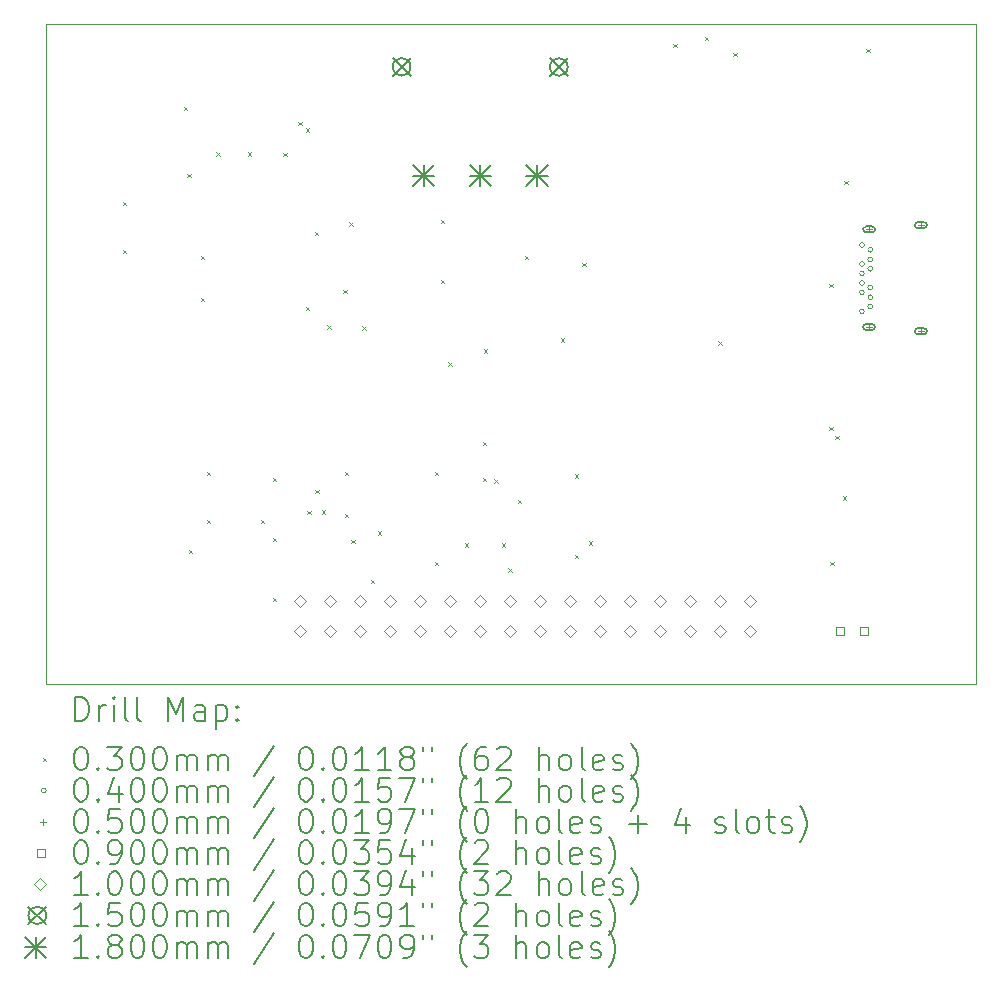
<source format=gbr>
%TF.GenerationSoftware,KiCad,Pcbnew,7.0.1*%
%TF.CreationDate,2025-03-28T02:10:18+02:00*%
%TF.ProjectId,PowerCircuit_V6,506f7765-7243-4697-9263-7569745f5636,rev?*%
%TF.SameCoordinates,Original*%
%TF.FileFunction,Drillmap*%
%TF.FilePolarity,Positive*%
%FSLAX45Y45*%
G04 Gerber Fmt 4.5, Leading zero omitted, Abs format (unit mm)*
G04 Created by KiCad (PCBNEW 7.0.1) date 2025-03-28 02:10:18*
%MOMM*%
%LPD*%
G01*
G04 APERTURE LIST*
%ADD10C,0.050000*%
%ADD11C,0.200000*%
%ADD12C,0.030000*%
%ADD13C,0.040000*%
%ADD14C,0.050002*%
%ADD15C,0.090002*%
%ADD16C,0.100000*%
%ADD17C,0.150002*%
%ADD18C,0.180000*%
G04 APERTURE END LIST*
D10*
X17917386Y-13143016D02*
X25791386Y-13143016D01*
X17917386Y-7555016D02*
X17917386Y-13143016D01*
X25791386Y-13143016D02*
X25791386Y-7555016D01*
X25791386Y-7555016D02*
X17917386Y-7555016D01*
D11*
D12*
X18562786Y-9064017D02*
X18592786Y-9094017D01*
X18592786Y-9064017D02*
X18562786Y-9094017D01*
X18562786Y-9470417D02*
X18592786Y-9500417D01*
X18592786Y-9470417D02*
X18562786Y-9500417D01*
X19080720Y-8259910D02*
X19110720Y-8289910D01*
X19110720Y-8259910D02*
X19080720Y-8289910D01*
X19109280Y-8827470D02*
X19139280Y-8857470D01*
X19139280Y-8827470D02*
X19109280Y-8857470D01*
X19121586Y-12010416D02*
X19151586Y-12040416D01*
X19151586Y-12010416D02*
X19121586Y-12040416D01*
X19223186Y-9521217D02*
X19253186Y-9551217D01*
X19253186Y-9521217D02*
X19223186Y-9551217D01*
X19223186Y-9876817D02*
X19253186Y-9906817D01*
X19253186Y-9876817D02*
X19223186Y-9906817D01*
X19273986Y-11350016D02*
X19303986Y-11380016D01*
X19303986Y-11350016D02*
X19273986Y-11380016D01*
X19273986Y-11756416D02*
X19303986Y-11786416D01*
X19303986Y-11756416D02*
X19273986Y-11786416D01*
X19353190Y-8644190D02*
X19383190Y-8674190D01*
X19383190Y-8644190D02*
X19353190Y-8674190D01*
X19619970Y-8644270D02*
X19649970Y-8674270D01*
X19649970Y-8644270D02*
X19619970Y-8674270D01*
X19731186Y-11756416D02*
X19761186Y-11786416D01*
X19761186Y-11756416D02*
X19731186Y-11786416D01*
X19832786Y-11400816D02*
X19862786Y-11430816D01*
X19862786Y-11400816D02*
X19832786Y-11430816D01*
X19832786Y-11908816D02*
X19862786Y-11938816D01*
X19862786Y-11908816D02*
X19832786Y-11938816D01*
X19832786Y-12416816D02*
X19862786Y-12446816D01*
X19862786Y-12416816D02*
X19832786Y-12446816D01*
X19923190Y-8647670D02*
X19953190Y-8677670D01*
X19953190Y-8647670D02*
X19923190Y-8677670D01*
X20051000Y-8387180D02*
X20081000Y-8417180D01*
X20081000Y-8387180D02*
X20051000Y-8417180D01*
X20112360Y-8439310D02*
X20142360Y-8469310D01*
X20142360Y-8439310D02*
X20112360Y-8469310D01*
X20113190Y-9953200D02*
X20143190Y-9983200D01*
X20143190Y-9953200D02*
X20113190Y-9983200D01*
X20127240Y-11681246D02*
X20157240Y-11711246D01*
X20157240Y-11681246D02*
X20127240Y-11711246D01*
X20188386Y-9318017D02*
X20218386Y-9348017D01*
X20218386Y-9318017D02*
X20188386Y-9348017D01*
X20193620Y-11502416D02*
X20223620Y-11532416D01*
X20223620Y-11502416D02*
X20193620Y-11532416D01*
X20249400Y-11676136D02*
X20279400Y-11706136D01*
X20279400Y-11676136D02*
X20249400Y-11706136D01*
X20294300Y-10110590D02*
X20324300Y-10140590D01*
X20324300Y-10110590D02*
X20294300Y-10140590D01*
X20431720Y-9808190D02*
X20461720Y-9838190D01*
X20461720Y-9808190D02*
X20431720Y-9838190D01*
X20442386Y-11350016D02*
X20472386Y-11380016D01*
X20472386Y-11350016D02*
X20442386Y-11380016D01*
X20442386Y-11705616D02*
X20472386Y-11735616D01*
X20472386Y-11705616D02*
X20442386Y-11735616D01*
X20479230Y-9234670D02*
X20509230Y-9264670D01*
X20509230Y-9234670D02*
X20479230Y-9264670D01*
X20498710Y-11926140D02*
X20528710Y-11956140D01*
X20528710Y-11926140D02*
X20498710Y-11956140D01*
X20592810Y-10117790D02*
X20622810Y-10147790D01*
X20622810Y-10117790D02*
X20592810Y-10147790D01*
X20662800Y-12264130D02*
X20692800Y-12294130D01*
X20692800Y-12264130D02*
X20662800Y-12294130D01*
X20720690Y-11855420D02*
X20750690Y-11885420D01*
X20750690Y-11855420D02*
X20720690Y-11885420D01*
X21204386Y-11350016D02*
X21234386Y-11380016D01*
X21234386Y-11350016D02*
X21204386Y-11380016D01*
X21204386Y-12112016D02*
X21234386Y-12142016D01*
X21234386Y-12112016D02*
X21204386Y-12142016D01*
X21255186Y-9216417D02*
X21285186Y-9246417D01*
X21285186Y-9216417D02*
X21255186Y-9246417D01*
X21255186Y-9724417D02*
X21285186Y-9754417D01*
X21285186Y-9724417D02*
X21255186Y-9754417D01*
X21321000Y-10420790D02*
X21351000Y-10450790D01*
X21351000Y-10420790D02*
X21321000Y-10450790D01*
X21457540Y-11955400D02*
X21487540Y-11985400D01*
X21487540Y-11955400D02*
X21457540Y-11985400D01*
X21610786Y-11096017D02*
X21640786Y-11126017D01*
X21640786Y-11096017D02*
X21610786Y-11126017D01*
X21610786Y-11400816D02*
X21640786Y-11430816D01*
X21640786Y-11400816D02*
X21610786Y-11430816D01*
X21620510Y-10313840D02*
X21650510Y-10343840D01*
X21650510Y-10313840D02*
X21620510Y-10343840D01*
X21708810Y-11415000D02*
X21738810Y-11445000D01*
X21738810Y-11415000D02*
X21708810Y-11445000D01*
X21773920Y-11955560D02*
X21803920Y-11985560D01*
X21803920Y-11955560D02*
X21773920Y-11985560D01*
X21829000Y-12168420D02*
X21859000Y-12198420D01*
X21859000Y-12168420D02*
X21829000Y-12198420D01*
X21906780Y-11588120D02*
X21936780Y-11618120D01*
X21936780Y-11588120D02*
X21906780Y-11618120D01*
X21966970Y-9521170D02*
X21996970Y-9551170D01*
X21996970Y-9521170D02*
X21966970Y-9551170D01*
X22270510Y-10217190D02*
X22300510Y-10247190D01*
X22300510Y-10217190D02*
X22270510Y-10247190D01*
X22388230Y-11369500D02*
X22418230Y-11399500D01*
X22418230Y-11369500D02*
X22388230Y-11399500D01*
X22388550Y-12053020D02*
X22418550Y-12083020D01*
X22418550Y-12053020D02*
X22388550Y-12083020D01*
X22452360Y-9581360D02*
X22482360Y-9611360D01*
X22482360Y-9581360D02*
X22452360Y-9611360D01*
X22507800Y-11937540D02*
X22537800Y-11967540D01*
X22537800Y-11937540D02*
X22507800Y-11967540D01*
X23222240Y-7726300D02*
X23252240Y-7756300D01*
X23252240Y-7726300D02*
X23222240Y-7756300D01*
X23491810Y-7666110D02*
X23521810Y-7696110D01*
X23521810Y-7666110D02*
X23491810Y-7696110D01*
X23607000Y-10244220D02*
X23637000Y-10274220D01*
X23637000Y-10244220D02*
X23607000Y-10274220D01*
X23734000Y-7803420D02*
X23764000Y-7833420D01*
X23764000Y-7803420D02*
X23734000Y-7833420D01*
X24544600Y-9756950D02*
X24574600Y-9786950D01*
X24574600Y-9756950D02*
X24544600Y-9786950D01*
X24544600Y-10969610D02*
X24574600Y-10999610D01*
X24574600Y-10969610D02*
X24544600Y-10999610D01*
X24551470Y-12111490D02*
X24581470Y-12141490D01*
X24581470Y-12111490D02*
X24551470Y-12141490D01*
X24594690Y-11044210D02*
X24624690Y-11074210D01*
X24624690Y-11044210D02*
X24594690Y-11074210D01*
X24660920Y-11556540D02*
X24690920Y-11586540D01*
X24690920Y-11556540D02*
X24660920Y-11586540D01*
X24670230Y-8886540D02*
X24700230Y-8916540D01*
X24700230Y-8886540D02*
X24670230Y-8916540D01*
X24859930Y-7767950D02*
X24889930Y-7797950D01*
X24889930Y-7767950D02*
X24859930Y-7797950D01*
D13*
X24841999Y-9431015D02*
G75*
G03*
X24841999Y-9431015I-20000J0D01*
G01*
X24841999Y-9591010D02*
G75*
G03*
X24841999Y-9591010I-20000J0D01*
G01*
X24841999Y-9671020D02*
G75*
G03*
X24841999Y-9671020I-20000J0D01*
G01*
X24841999Y-9751005D02*
G75*
G03*
X24841999Y-9751005I-20000J0D01*
G01*
X24841999Y-9831015D02*
G75*
G03*
X24841999Y-9831015I-20000J0D01*
G01*
X24841999Y-9991010D02*
G75*
G03*
X24841999Y-9991010I-20000J0D01*
G01*
X24912001Y-9471020D02*
G75*
G03*
X24912001Y-9471020I-20000J0D01*
G01*
X24912001Y-9551005D02*
G75*
G03*
X24912001Y-9551005I-20000J0D01*
G01*
X24912001Y-9631015D02*
G75*
G03*
X24912001Y-9631015I-20000J0D01*
G01*
X24912001Y-9791010D02*
G75*
G03*
X24912001Y-9791010I-20000J0D01*
G01*
X24912001Y-9871020D02*
G75*
G03*
X24912001Y-9871020I-20000J0D01*
G01*
X24912001Y-9951005D02*
G75*
G03*
X24912001Y-9951005I-20000J0D01*
G01*
D14*
X24881994Y-9273019D02*
X24881994Y-9323022D01*
X24856992Y-9298021D02*
X24906995Y-9298021D01*
D11*
X24906992Y-9273019D02*
X24856995Y-9273019D01*
X24856995Y-9273019D02*
G75*
G03*
X24856995Y-9323022I0J-25001D01*
G01*
X24856995Y-9323022D02*
X24906992Y-9323022D01*
X24906992Y-9323022D02*
G75*
G03*
X24906992Y-9273019I0J25001D01*
G01*
D14*
X24881994Y-10099004D02*
X24881994Y-10149006D01*
X24856992Y-10124005D02*
X24906995Y-10124005D01*
D11*
X24906992Y-10099004D02*
X24856995Y-10099004D01*
X24856995Y-10099004D02*
G75*
G03*
X24856995Y-10149006I0J-25001D01*
G01*
X24856995Y-10149006D02*
X24906992Y-10149006D01*
X24906992Y-10149006D02*
G75*
G03*
X24906992Y-10099004I0J25001D01*
G01*
D14*
X25320983Y-9237002D02*
X25320983Y-9287005D01*
X25295981Y-9262003D02*
X25345984Y-9262003D01*
D11*
X25345981Y-9237002D02*
X25295984Y-9237002D01*
X25295984Y-9237002D02*
G75*
G03*
X25295984Y-9287005I0J-25001D01*
G01*
X25295984Y-9287005D02*
X25345981Y-9287005D01*
X25345981Y-9287005D02*
G75*
G03*
X25345981Y-9237002I0J25001D01*
G01*
D14*
X25320983Y-10134996D02*
X25320983Y-10184998D01*
X25295981Y-10159997D02*
X25345984Y-10159997D01*
D11*
X25345981Y-10134996D02*
X25295984Y-10134996D01*
X25295984Y-10134996D02*
G75*
G03*
X25295984Y-10184998I0J-25001D01*
G01*
X25295984Y-10184998D02*
X25345981Y-10184998D01*
X25345981Y-10184998D02*
G75*
G03*
X25345981Y-10134996I0J25001D01*
G01*
D15*
X24669821Y-12731821D02*
X24669821Y-12668179D01*
X24606179Y-12668179D01*
X24606179Y-12731821D01*
X24669821Y-12731821D01*
X24869821Y-12731821D02*
X24869821Y-12668179D01*
X24806179Y-12668179D01*
X24806179Y-12731821D01*
X24869821Y-12731821D01*
D16*
X20066000Y-12496000D02*
X20116000Y-12446000D01*
X20066000Y-12396000D01*
X20016000Y-12446000D01*
X20066000Y-12496000D01*
X20066000Y-12750000D02*
X20116000Y-12700000D01*
X20066000Y-12650000D01*
X20016000Y-12700000D01*
X20066000Y-12750000D01*
X20320000Y-12496000D02*
X20370000Y-12446000D01*
X20320000Y-12396000D01*
X20270000Y-12446000D01*
X20320000Y-12496000D01*
X20320000Y-12750000D02*
X20370000Y-12700000D01*
X20320000Y-12650000D01*
X20270000Y-12700000D01*
X20320000Y-12750000D01*
X20574000Y-12496000D02*
X20624000Y-12446000D01*
X20574000Y-12396000D01*
X20524000Y-12446000D01*
X20574000Y-12496000D01*
X20574000Y-12750000D02*
X20624000Y-12700000D01*
X20574000Y-12650000D01*
X20524000Y-12700000D01*
X20574000Y-12750000D01*
X20828000Y-12496000D02*
X20878000Y-12446000D01*
X20828000Y-12396000D01*
X20778000Y-12446000D01*
X20828000Y-12496000D01*
X20828000Y-12750000D02*
X20878000Y-12700000D01*
X20828000Y-12650000D01*
X20778000Y-12700000D01*
X20828000Y-12750000D01*
X21082000Y-12496000D02*
X21132000Y-12446000D01*
X21082000Y-12396000D01*
X21032000Y-12446000D01*
X21082000Y-12496000D01*
X21082000Y-12750000D02*
X21132000Y-12700000D01*
X21082000Y-12650000D01*
X21032000Y-12700000D01*
X21082000Y-12750000D01*
X21336000Y-12496000D02*
X21386000Y-12446000D01*
X21336000Y-12396000D01*
X21286000Y-12446000D01*
X21336000Y-12496000D01*
X21336000Y-12750000D02*
X21386000Y-12700000D01*
X21336000Y-12650000D01*
X21286000Y-12700000D01*
X21336000Y-12750000D01*
X21590000Y-12496000D02*
X21640000Y-12446000D01*
X21590000Y-12396000D01*
X21540000Y-12446000D01*
X21590000Y-12496000D01*
X21590000Y-12750000D02*
X21640000Y-12700000D01*
X21590000Y-12650000D01*
X21540000Y-12700000D01*
X21590000Y-12750000D01*
X21844000Y-12496000D02*
X21894000Y-12446000D01*
X21844000Y-12396000D01*
X21794000Y-12446000D01*
X21844000Y-12496000D01*
X21844000Y-12750000D02*
X21894000Y-12700000D01*
X21844000Y-12650000D01*
X21794000Y-12700000D01*
X21844000Y-12750000D01*
X22098000Y-12496000D02*
X22148000Y-12446000D01*
X22098000Y-12396000D01*
X22048000Y-12446000D01*
X22098000Y-12496000D01*
X22098000Y-12750000D02*
X22148000Y-12700000D01*
X22098000Y-12650000D01*
X22048000Y-12700000D01*
X22098000Y-12750000D01*
X22352000Y-12496000D02*
X22402000Y-12446000D01*
X22352000Y-12396000D01*
X22302000Y-12446000D01*
X22352000Y-12496000D01*
X22352000Y-12750000D02*
X22402000Y-12700000D01*
X22352000Y-12650000D01*
X22302000Y-12700000D01*
X22352000Y-12750000D01*
X22606000Y-12496000D02*
X22656000Y-12446000D01*
X22606000Y-12396000D01*
X22556000Y-12446000D01*
X22606000Y-12496000D01*
X22606000Y-12750000D02*
X22656000Y-12700000D01*
X22606000Y-12650000D01*
X22556000Y-12700000D01*
X22606000Y-12750000D01*
X22860000Y-12496000D02*
X22910000Y-12446000D01*
X22860000Y-12396000D01*
X22810000Y-12446000D01*
X22860000Y-12496000D01*
X22860000Y-12750000D02*
X22910000Y-12700000D01*
X22860000Y-12650000D01*
X22810000Y-12700000D01*
X22860000Y-12750000D01*
X23114000Y-12496000D02*
X23164000Y-12446000D01*
X23114000Y-12396000D01*
X23064000Y-12446000D01*
X23114000Y-12496000D01*
X23114000Y-12750000D02*
X23164000Y-12700000D01*
X23114000Y-12650000D01*
X23064000Y-12700000D01*
X23114000Y-12750000D01*
X23368000Y-12496000D02*
X23418000Y-12446000D01*
X23368000Y-12396000D01*
X23318000Y-12446000D01*
X23368000Y-12496000D01*
X23368000Y-12750000D02*
X23418000Y-12700000D01*
X23368000Y-12650000D01*
X23318000Y-12700000D01*
X23368000Y-12750000D01*
X23622000Y-12496000D02*
X23672000Y-12446000D01*
X23622000Y-12396000D01*
X23572000Y-12446000D01*
X23622000Y-12496000D01*
X23622000Y-12750000D02*
X23672000Y-12700000D01*
X23622000Y-12650000D01*
X23572000Y-12700000D01*
X23622000Y-12750000D01*
X23876000Y-12496000D02*
X23926000Y-12446000D01*
X23876000Y-12396000D01*
X23826000Y-12446000D01*
X23876000Y-12496000D01*
X23876000Y-12750000D02*
X23926000Y-12700000D01*
X23876000Y-12650000D01*
X23826000Y-12700000D01*
X23876000Y-12750000D01*
D17*
X20849987Y-7846991D02*
X20999990Y-7996994D01*
X20999990Y-7846991D02*
X20849987Y-7996994D01*
X20999990Y-7921992D02*
G75*
G03*
X20999990Y-7921992I-75001J0D01*
G01*
X22180010Y-7846991D02*
X22330013Y-7996994D01*
X22330013Y-7846991D02*
X22180010Y-7996994D01*
X22330013Y-7921992D02*
G75*
G03*
X22330013Y-7921992I-75001J0D01*
G01*
D18*
X21020003Y-8752008D02*
X21200003Y-8932008D01*
X21200003Y-8752008D02*
X21020003Y-8932008D01*
X21110003Y-8752008D02*
X21110003Y-8932008D01*
X21020003Y-8842008D02*
X21200003Y-8842008D01*
X21500013Y-8752008D02*
X21680013Y-8932008D01*
X21680013Y-8752008D02*
X21500013Y-8932008D01*
X21590013Y-8752008D02*
X21590013Y-8932008D01*
X21500013Y-8842008D02*
X21680013Y-8842008D01*
X21979998Y-8752008D02*
X22159998Y-8932008D01*
X22159998Y-8752008D02*
X21979998Y-8932008D01*
X22069998Y-8752008D02*
X22069998Y-8932008D01*
X21979998Y-8842008D02*
X22159998Y-8842008D01*
D11*
X18162505Y-13458040D02*
X18162505Y-13258040D01*
X18162505Y-13258040D02*
X18210124Y-13258040D01*
X18210124Y-13258040D02*
X18238696Y-13267564D01*
X18238696Y-13267564D02*
X18257743Y-13286612D01*
X18257743Y-13286612D02*
X18267267Y-13305659D01*
X18267267Y-13305659D02*
X18276791Y-13343754D01*
X18276791Y-13343754D02*
X18276791Y-13372326D01*
X18276791Y-13372326D02*
X18267267Y-13410421D01*
X18267267Y-13410421D02*
X18257743Y-13429469D01*
X18257743Y-13429469D02*
X18238696Y-13448516D01*
X18238696Y-13448516D02*
X18210124Y-13458040D01*
X18210124Y-13458040D02*
X18162505Y-13458040D01*
X18362505Y-13458040D02*
X18362505Y-13324707D01*
X18362505Y-13362802D02*
X18372029Y-13343754D01*
X18372029Y-13343754D02*
X18381553Y-13334231D01*
X18381553Y-13334231D02*
X18400601Y-13324707D01*
X18400601Y-13324707D02*
X18419648Y-13324707D01*
X18486315Y-13458040D02*
X18486315Y-13324707D01*
X18486315Y-13258040D02*
X18476791Y-13267564D01*
X18476791Y-13267564D02*
X18486315Y-13277088D01*
X18486315Y-13277088D02*
X18495839Y-13267564D01*
X18495839Y-13267564D02*
X18486315Y-13258040D01*
X18486315Y-13258040D02*
X18486315Y-13277088D01*
X18610124Y-13458040D02*
X18591077Y-13448516D01*
X18591077Y-13448516D02*
X18581553Y-13429469D01*
X18581553Y-13429469D02*
X18581553Y-13258040D01*
X18714886Y-13458040D02*
X18695839Y-13448516D01*
X18695839Y-13448516D02*
X18686315Y-13429469D01*
X18686315Y-13429469D02*
X18686315Y-13258040D01*
X18943458Y-13458040D02*
X18943458Y-13258040D01*
X18943458Y-13258040D02*
X19010124Y-13400897D01*
X19010124Y-13400897D02*
X19076791Y-13258040D01*
X19076791Y-13258040D02*
X19076791Y-13458040D01*
X19257743Y-13458040D02*
X19257743Y-13353278D01*
X19257743Y-13353278D02*
X19248220Y-13334231D01*
X19248220Y-13334231D02*
X19229172Y-13324707D01*
X19229172Y-13324707D02*
X19191077Y-13324707D01*
X19191077Y-13324707D02*
X19172029Y-13334231D01*
X19257743Y-13448516D02*
X19238696Y-13458040D01*
X19238696Y-13458040D02*
X19191077Y-13458040D01*
X19191077Y-13458040D02*
X19172029Y-13448516D01*
X19172029Y-13448516D02*
X19162505Y-13429469D01*
X19162505Y-13429469D02*
X19162505Y-13410421D01*
X19162505Y-13410421D02*
X19172029Y-13391374D01*
X19172029Y-13391374D02*
X19191077Y-13381850D01*
X19191077Y-13381850D02*
X19238696Y-13381850D01*
X19238696Y-13381850D02*
X19257743Y-13372326D01*
X19352982Y-13324707D02*
X19352982Y-13524707D01*
X19352982Y-13334231D02*
X19372029Y-13324707D01*
X19372029Y-13324707D02*
X19410124Y-13324707D01*
X19410124Y-13324707D02*
X19429172Y-13334231D01*
X19429172Y-13334231D02*
X19438696Y-13343754D01*
X19438696Y-13343754D02*
X19448220Y-13362802D01*
X19448220Y-13362802D02*
X19448220Y-13419945D01*
X19448220Y-13419945D02*
X19438696Y-13438993D01*
X19438696Y-13438993D02*
X19429172Y-13448516D01*
X19429172Y-13448516D02*
X19410124Y-13458040D01*
X19410124Y-13458040D02*
X19372029Y-13458040D01*
X19372029Y-13458040D02*
X19352982Y-13448516D01*
X19533934Y-13438993D02*
X19543458Y-13448516D01*
X19543458Y-13448516D02*
X19533934Y-13458040D01*
X19533934Y-13458040D02*
X19524410Y-13448516D01*
X19524410Y-13448516D02*
X19533934Y-13438993D01*
X19533934Y-13438993D02*
X19533934Y-13458040D01*
X19533934Y-13334231D02*
X19543458Y-13343754D01*
X19543458Y-13343754D02*
X19533934Y-13353278D01*
X19533934Y-13353278D02*
X19524410Y-13343754D01*
X19524410Y-13343754D02*
X19533934Y-13334231D01*
X19533934Y-13334231D02*
X19533934Y-13353278D01*
D12*
X17884886Y-13770516D02*
X17914886Y-13800516D01*
X17914886Y-13770516D02*
X17884886Y-13800516D01*
D11*
X18200601Y-13678040D02*
X18219648Y-13678040D01*
X18219648Y-13678040D02*
X18238696Y-13687564D01*
X18238696Y-13687564D02*
X18248220Y-13697088D01*
X18248220Y-13697088D02*
X18257743Y-13716135D01*
X18257743Y-13716135D02*
X18267267Y-13754231D01*
X18267267Y-13754231D02*
X18267267Y-13801850D01*
X18267267Y-13801850D02*
X18257743Y-13839945D01*
X18257743Y-13839945D02*
X18248220Y-13858993D01*
X18248220Y-13858993D02*
X18238696Y-13868516D01*
X18238696Y-13868516D02*
X18219648Y-13878040D01*
X18219648Y-13878040D02*
X18200601Y-13878040D01*
X18200601Y-13878040D02*
X18181553Y-13868516D01*
X18181553Y-13868516D02*
X18172029Y-13858993D01*
X18172029Y-13858993D02*
X18162505Y-13839945D01*
X18162505Y-13839945D02*
X18152982Y-13801850D01*
X18152982Y-13801850D02*
X18152982Y-13754231D01*
X18152982Y-13754231D02*
X18162505Y-13716135D01*
X18162505Y-13716135D02*
X18172029Y-13697088D01*
X18172029Y-13697088D02*
X18181553Y-13687564D01*
X18181553Y-13687564D02*
X18200601Y-13678040D01*
X18352982Y-13858993D02*
X18362505Y-13868516D01*
X18362505Y-13868516D02*
X18352982Y-13878040D01*
X18352982Y-13878040D02*
X18343458Y-13868516D01*
X18343458Y-13868516D02*
X18352982Y-13858993D01*
X18352982Y-13858993D02*
X18352982Y-13878040D01*
X18429172Y-13678040D02*
X18552982Y-13678040D01*
X18552982Y-13678040D02*
X18486315Y-13754231D01*
X18486315Y-13754231D02*
X18514886Y-13754231D01*
X18514886Y-13754231D02*
X18533934Y-13763754D01*
X18533934Y-13763754D02*
X18543458Y-13773278D01*
X18543458Y-13773278D02*
X18552982Y-13792326D01*
X18552982Y-13792326D02*
X18552982Y-13839945D01*
X18552982Y-13839945D02*
X18543458Y-13858993D01*
X18543458Y-13858993D02*
X18533934Y-13868516D01*
X18533934Y-13868516D02*
X18514886Y-13878040D01*
X18514886Y-13878040D02*
X18457743Y-13878040D01*
X18457743Y-13878040D02*
X18438696Y-13868516D01*
X18438696Y-13868516D02*
X18429172Y-13858993D01*
X18676791Y-13678040D02*
X18695839Y-13678040D01*
X18695839Y-13678040D02*
X18714886Y-13687564D01*
X18714886Y-13687564D02*
X18724410Y-13697088D01*
X18724410Y-13697088D02*
X18733934Y-13716135D01*
X18733934Y-13716135D02*
X18743458Y-13754231D01*
X18743458Y-13754231D02*
X18743458Y-13801850D01*
X18743458Y-13801850D02*
X18733934Y-13839945D01*
X18733934Y-13839945D02*
X18724410Y-13858993D01*
X18724410Y-13858993D02*
X18714886Y-13868516D01*
X18714886Y-13868516D02*
X18695839Y-13878040D01*
X18695839Y-13878040D02*
X18676791Y-13878040D01*
X18676791Y-13878040D02*
X18657743Y-13868516D01*
X18657743Y-13868516D02*
X18648220Y-13858993D01*
X18648220Y-13858993D02*
X18638696Y-13839945D01*
X18638696Y-13839945D02*
X18629172Y-13801850D01*
X18629172Y-13801850D02*
X18629172Y-13754231D01*
X18629172Y-13754231D02*
X18638696Y-13716135D01*
X18638696Y-13716135D02*
X18648220Y-13697088D01*
X18648220Y-13697088D02*
X18657743Y-13687564D01*
X18657743Y-13687564D02*
X18676791Y-13678040D01*
X18867267Y-13678040D02*
X18886315Y-13678040D01*
X18886315Y-13678040D02*
X18905363Y-13687564D01*
X18905363Y-13687564D02*
X18914886Y-13697088D01*
X18914886Y-13697088D02*
X18924410Y-13716135D01*
X18924410Y-13716135D02*
X18933934Y-13754231D01*
X18933934Y-13754231D02*
X18933934Y-13801850D01*
X18933934Y-13801850D02*
X18924410Y-13839945D01*
X18924410Y-13839945D02*
X18914886Y-13858993D01*
X18914886Y-13858993D02*
X18905363Y-13868516D01*
X18905363Y-13868516D02*
X18886315Y-13878040D01*
X18886315Y-13878040D02*
X18867267Y-13878040D01*
X18867267Y-13878040D02*
X18848220Y-13868516D01*
X18848220Y-13868516D02*
X18838696Y-13858993D01*
X18838696Y-13858993D02*
X18829172Y-13839945D01*
X18829172Y-13839945D02*
X18819648Y-13801850D01*
X18819648Y-13801850D02*
X18819648Y-13754231D01*
X18819648Y-13754231D02*
X18829172Y-13716135D01*
X18829172Y-13716135D02*
X18838696Y-13697088D01*
X18838696Y-13697088D02*
X18848220Y-13687564D01*
X18848220Y-13687564D02*
X18867267Y-13678040D01*
X19019648Y-13878040D02*
X19019648Y-13744707D01*
X19019648Y-13763754D02*
X19029172Y-13754231D01*
X19029172Y-13754231D02*
X19048220Y-13744707D01*
X19048220Y-13744707D02*
X19076791Y-13744707D01*
X19076791Y-13744707D02*
X19095839Y-13754231D01*
X19095839Y-13754231D02*
X19105363Y-13773278D01*
X19105363Y-13773278D02*
X19105363Y-13878040D01*
X19105363Y-13773278D02*
X19114886Y-13754231D01*
X19114886Y-13754231D02*
X19133934Y-13744707D01*
X19133934Y-13744707D02*
X19162505Y-13744707D01*
X19162505Y-13744707D02*
X19181553Y-13754231D01*
X19181553Y-13754231D02*
X19191077Y-13773278D01*
X19191077Y-13773278D02*
X19191077Y-13878040D01*
X19286315Y-13878040D02*
X19286315Y-13744707D01*
X19286315Y-13763754D02*
X19295839Y-13754231D01*
X19295839Y-13754231D02*
X19314886Y-13744707D01*
X19314886Y-13744707D02*
X19343458Y-13744707D01*
X19343458Y-13744707D02*
X19362505Y-13754231D01*
X19362505Y-13754231D02*
X19372029Y-13773278D01*
X19372029Y-13773278D02*
X19372029Y-13878040D01*
X19372029Y-13773278D02*
X19381553Y-13754231D01*
X19381553Y-13754231D02*
X19400601Y-13744707D01*
X19400601Y-13744707D02*
X19429172Y-13744707D01*
X19429172Y-13744707D02*
X19448220Y-13754231D01*
X19448220Y-13754231D02*
X19457744Y-13773278D01*
X19457744Y-13773278D02*
X19457744Y-13878040D01*
X19848220Y-13668516D02*
X19676791Y-13925659D01*
X20105363Y-13678040D02*
X20124410Y-13678040D01*
X20124410Y-13678040D02*
X20143458Y-13687564D01*
X20143458Y-13687564D02*
X20152982Y-13697088D01*
X20152982Y-13697088D02*
X20162506Y-13716135D01*
X20162506Y-13716135D02*
X20172029Y-13754231D01*
X20172029Y-13754231D02*
X20172029Y-13801850D01*
X20172029Y-13801850D02*
X20162506Y-13839945D01*
X20162506Y-13839945D02*
X20152982Y-13858993D01*
X20152982Y-13858993D02*
X20143458Y-13868516D01*
X20143458Y-13868516D02*
X20124410Y-13878040D01*
X20124410Y-13878040D02*
X20105363Y-13878040D01*
X20105363Y-13878040D02*
X20086315Y-13868516D01*
X20086315Y-13868516D02*
X20076791Y-13858993D01*
X20076791Y-13858993D02*
X20067267Y-13839945D01*
X20067267Y-13839945D02*
X20057744Y-13801850D01*
X20057744Y-13801850D02*
X20057744Y-13754231D01*
X20057744Y-13754231D02*
X20067267Y-13716135D01*
X20067267Y-13716135D02*
X20076791Y-13697088D01*
X20076791Y-13697088D02*
X20086315Y-13687564D01*
X20086315Y-13687564D02*
X20105363Y-13678040D01*
X20257744Y-13858993D02*
X20267267Y-13868516D01*
X20267267Y-13868516D02*
X20257744Y-13878040D01*
X20257744Y-13878040D02*
X20248220Y-13868516D01*
X20248220Y-13868516D02*
X20257744Y-13858993D01*
X20257744Y-13858993D02*
X20257744Y-13878040D01*
X20391077Y-13678040D02*
X20410125Y-13678040D01*
X20410125Y-13678040D02*
X20429172Y-13687564D01*
X20429172Y-13687564D02*
X20438696Y-13697088D01*
X20438696Y-13697088D02*
X20448220Y-13716135D01*
X20448220Y-13716135D02*
X20457744Y-13754231D01*
X20457744Y-13754231D02*
X20457744Y-13801850D01*
X20457744Y-13801850D02*
X20448220Y-13839945D01*
X20448220Y-13839945D02*
X20438696Y-13858993D01*
X20438696Y-13858993D02*
X20429172Y-13868516D01*
X20429172Y-13868516D02*
X20410125Y-13878040D01*
X20410125Y-13878040D02*
X20391077Y-13878040D01*
X20391077Y-13878040D02*
X20372029Y-13868516D01*
X20372029Y-13868516D02*
X20362506Y-13858993D01*
X20362506Y-13858993D02*
X20352982Y-13839945D01*
X20352982Y-13839945D02*
X20343458Y-13801850D01*
X20343458Y-13801850D02*
X20343458Y-13754231D01*
X20343458Y-13754231D02*
X20352982Y-13716135D01*
X20352982Y-13716135D02*
X20362506Y-13697088D01*
X20362506Y-13697088D02*
X20372029Y-13687564D01*
X20372029Y-13687564D02*
X20391077Y-13678040D01*
X20648220Y-13878040D02*
X20533934Y-13878040D01*
X20591077Y-13878040D02*
X20591077Y-13678040D01*
X20591077Y-13678040D02*
X20572029Y-13706612D01*
X20572029Y-13706612D02*
X20552982Y-13725659D01*
X20552982Y-13725659D02*
X20533934Y-13735183D01*
X20838696Y-13878040D02*
X20724410Y-13878040D01*
X20781553Y-13878040D02*
X20781553Y-13678040D01*
X20781553Y-13678040D02*
X20762506Y-13706612D01*
X20762506Y-13706612D02*
X20743458Y-13725659D01*
X20743458Y-13725659D02*
X20724410Y-13735183D01*
X20952982Y-13763754D02*
X20933934Y-13754231D01*
X20933934Y-13754231D02*
X20924410Y-13744707D01*
X20924410Y-13744707D02*
X20914887Y-13725659D01*
X20914887Y-13725659D02*
X20914887Y-13716135D01*
X20914887Y-13716135D02*
X20924410Y-13697088D01*
X20924410Y-13697088D02*
X20933934Y-13687564D01*
X20933934Y-13687564D02*
X20952982Y-13678040D01*
X20952982Y-13678040D02*
X20991077Y-13678040D01*
X20991077Y-13678040D02*
X21010125Y-13687564D01*
X21010125Y-13687564D02*
X21019648Y-13697088D01*
X21019648Y-13697088D02*
X21029172Y-13716135D01*
X21029172Y-13716135D02*
X21029172Y-13725659D01*
X21029172Y-13725659D02*
X21019648Y-13744707D01*
X21019648Y-13744707D02*
X21010125Y-13754231D01*
X21010125Y-13754231D02*
X20991077Y-13763754D01*
X20991077Y-13763754D02*
X20952982Y-13763754D01*
X20952982Y-13763754D02*
X20933934Y-13773278D01*
X20933934Y-13773278D02*
X20924410Y-13782802D01*
X20924410Y-13782802D02*
X20914887Y-13801850D01*
X20914887Y-13801850D02*
X20914887Y-13839945D01*
X20914887Y-13839945D02*
X20924410Y-13858993D01*
X20924410Y-13858993D02*
X20933934Y-13868516D01*
X20933934Y-13868516D02*
X20952982Y-13878040D01*
X20952982Y-13878040D02*
X20991077Y-13878040D01*
X20991077Y-13878040D02*
X21010125Y-13868516D01*
X21010125Y-13868516D02*
X21019648Y-13858993D01*
X21019648Y-13858993D02*
X21029172Y-13839945D01*
X21029172Y-13839945D02*
X21029172Y-13801850D01*
X21029172Y-13801850D02*
X21019648Y-13782802D01*
X21019648Y-13782802D02*
X21010125Y-13773278D01*
X21010125Y-13773278D02*
X20991077Y-13763754D01*
X21105363Y-13678040D02*
X21105363Y-13716135D01*
X21181553Y-13678040D02*
X21181553Y-13716135D01*
X21476791Y-13954231D02*
X21467268Y-13944707D01*
X21467268Y-13944707D02*
X21448220Y-13916135D01*
X21448220Y-13916135D02*
X21438696Y-13897088D01*
X21438696Y-13897088D02*
X21429172Y-13868516D01*
X21429172Y-13868516D02*
X21419649Y-13820897D01*
X21419649Y-13820897D02*
X21419649Y-13782802D01*
X21419649Y-13782802D02*
X21429172Y-13735183D01*
X21429172Y-13735183D02*
X21438696Y-13706612D01*
X21438696Y-13706612D02*
X21448220Y-13687564D01*
X21448220Y-13687564D02*
X21467268Y-13658993D01*
X21467268Y-13658993D02*
X21476791Y-13649469D01*
X21638696Y-13678040D02*
X21600601Y-13678040D01*
X21600601Y-13678040D02*
X21581553Y-13687564D01*
X21581553Y-13687564D02*
X21572029Y-13697088D01*
X21572029Y-13697088D02*
X21552982Y-13725659D01*
X21552982Y-13725659D02*
X21543458Y-13763754D01*
X21543458Y-13763754D02*
X21543458Y-13839945D01*
X21543458Y-13839945D02*
X21552982Y-13858993D01*
X21552982Y-13858993D02*
X21562506Y-13868516D01*
X21562506Y-13868516D02*
X21581553Y-13878040D01*
X21581553Y-13878040D02*
X21619649Y-13878040D01*
X21619649Y-13878040D02*
X21638696Y-13868516D01*
X21638696Y-13868516D02*
X21648220Y-13858993D01*
X21648220Y-13858993D02*
X21657744Y-13839945D01*
X21657744Y-13839945D02*
X21657744Y-13792326D01*
X21657744Y-13792326D02*
X21648220Y-13773278D01*
X21648220Y-13773278D02*
X21638696Y-13763754D01*
X21638696Y-13763754D02*
X21619649Y-13754231D01*
X21619649Y-13754231D02*
X21581553Y-13754231D01*
X21581553Y-13754231D02*
X21562506Y-13763754D01*
X21562506Y-13763754D02*
X21552982Y-13773278D01*
X21552982Y-13773278D02*
X21543458Y-13792326D01*
X21733934Y-13697088D02*
X21743458Y-13687564D01*
X21743458Y-13687564D02*
X21762506Y-13678040D01*
X21762506Y-13678040D02*
X21810125Y-13678040D01*
X21810125Y-13678040D02*
X21829172Y-13687564D01*
X21829172Y-13687564D02*
X21838696Y-13697088D01*
X21838696Y-13697088D02*
X21848220Y-13716135D01*
X21848220Y-13716135D02*
X21848220Y-13735183D01*
X21848220Y-13735183D02*
X21838696Y-13763754D01*
X21838696Y-13763754D02*
X21724410Y-13878040D01*
X21724410Y-13878040D02*
X21848220Y-13878040D01*
X22086315Y-13878040D02*
X22086315Y-13678040D01*
X22172030Y-13878040D02*
X22172030Y-13773278D01*
X22172030Y-13773278D02*
X22162506Y-13754231D01*
X22162506Y-13754231D02*
X22143458Y-13744707D01*
X22143458Y-13744707D02*
X22114887Y-13744707D01*
X22114887Y-13744707D02*
X22095839Y-13754231D01*
X22095839Y-13754231D02*
X22086315Y-13763754D01*
X22295839Y-13878040D02*
X22276791Y-13868516D01*
X22276791Y-13868516D02*
X22267268Y-13858993D01*
X22267268Y-13858993D02*
X22257744Y-13839945D01*
X22257744Y-13839945D02*
X22257744Y-13782802D01*
X22257744Y-13782802D02*
X22267268Y-13763754D01*
X22267268Y-13763754D02*
X22276791Y-13754231D01*
X22276791Y-13754231D02*
X22295839Y-13744707D01*
X22295839Y-13744707D02*
X22324411Y-13744707D01*
X22324411Y-13744707D02*
X22343458Y-13754231D01*
X22343458Y-13754231D02*
X22352982Y-13763754D01*
X22352982Y-13763754D02*
X22362506Y-13782802D01*
X22362506Y-13782802D02*
X22362506Y-13839945D01*
X22362506Y-13839945D02*
X22352982Y-13858993D01*
X22352982Y-13858993D02*
X22343458Y-13868516D01*
X22343458Y-13868516D02*
X22324411Y-13878040D01*
X22324411Y-13878040D02*
X22295839Y-13878040D01*
X22476791Y-13878040D02*
X22457744Y-13868516D01*
X22457744Y-13868516D02*
X22448220Y-13849469D01*
X22448220Y-13849469D02*
X22448220Y-13678040D01*
X22629172Y-13868516D02*
X22610125Y-13878040D01*
X22610125Y-13878040D02*
X22572029Y-13878040D01*
X22572029Y-13878040D02*
X22552982Y-13868516D01*
X22552982Y-13868516D02*
X22543458Y-13849469D01*
X22543458Y-13849469D02*
X22543458Y-13773278D01*
X22543458Y-13773278D02*
X22552982Y-13754231D01*
X22552982Y-13754231D02*
X22572029Y-13744707D01*
X22572029Y-13744707D02*
X22610125Y-13744707D01*
X22610125Y-13744707D02*
X22629172Y-13754231D01*
X22629172Y-13754231D02*
X22638696Y-13773278D01*
X22638696Y-13773278D02*
X22638696Y-13792326D01*
X22638696Y-13792326D02*
X22543458Y-13811374D01*
X22714887Y-13868516D02*
X22733934Y-13878040D01*
X22733934Y-13878040D02*
X22772029Y-13878040D01*
X22772029Y-13878040D02*
X22791077Y-13868516D01*
X22791077Y-13868516D02*
X22800601Y-13849469D01*
X22800601Y-13849469D02*
X22800601Y-13839945D01*
X22800601Y-13839945D02*
X22791077Y-13820897D01*
X22791077Y-13820897D02*
X22772029Y-13811374D01*
X22772029Y-13811374D02*
X22743458Y-13811374D01*
X22743458Y-13811374D02*
X22724410Y-13801850D01*
X22724410Y-13801850D02*
X22714887Y-13782802D01*
X22714887Y-13782802D02*
X22714887Y-13773278D01*
X22714887Y-13773278D02*
X22724410Y-13754231D01*
X22724410Y-13754231D02*
X22743458Y-13744707D01*
X22743458Y-13744707D02*
X22772029Y-13744707D01*
X22772029Y-13744707D02*
X22791077Y-13754231D01*
X22867268Y-13954231D02*
X22876791Y-13944707D01*
X22876791Y-13944707D02*
X22895839Y-13916135D01*
X22895839Y-13916135D02*
X22905363Y-13897088D01*
X22905363Y-13897088D02*
X22914887Y-13868516D01*
X22914887Y-13868516D02*
X22924410Y-13820897D01*
X22924410Y-13820897D02*
X22924410Y-13782802D01*
X22924410Y-13782802D02*
X22914887Y-13735183D01*
X22914887Y-13735183D02*
X22905363Y-13706612D01*
X22905363Y-13706612D02*
X22895839Y-13687564D01*
X22895839Y-13687564D02*
X22876791Y-13658993D01*
X22876791Y-13658993D02*
X22867268Y-13649469D01*
D13*
X17914886Y-14049516D02*
G75*
G03*
X17914886Y-14049516I-20000J0D01*
G01*
D11*
X18200601Y-13942040D02*
X18219648Y-13942040D01*
X18219648Y-13942040D02*
X18238696Y-13951564D01*
X18238696Y-13951564D02*
X18248220Y-13961088D01*
X18248220Y-13961088D02*
X18257743Y-13980135D01*
X18257743Y-13980135D02*
X18267267Y-14018231D01*
X18267267Y-14018231D02*
X18267267Y-14065850D01*
X18267267Y-14065850D02*
X18257743Y-14103945D01*
X18257743Y-14103945D02*
X18248220Y-14122993D01*
X18248220Y-14122993D02*
X18238696Y-14132516D01*
X18238696Y-14132516D02*
X18219648Y-14142040D01*
X18219648Y-14142040D02*
X18200601Y-14142040D01*
X18200601Y-14142040D02*
X18181553Y-14132516D01*
X18181553Y-14132516D02*
X18172029Y-14122993D01*
X18172029Y-14122993D02*
X18162505Y-14103945D01*
X18162505Y-14103945D02*
X18152982Y-14065850D01*
X18152982Y-14065850D02*
X18152982Y-14018231D01*
X18152982Y-14018231D02*
X18162505Y-13980135D01*
X18162505Y-13980135D02*
X18172029Y-13961088D01*
X18172029Y-13961088D02*
X18181553Y-13951564D01*
X18181553Y-13951564D02*
X18200601Y-13942040D01*
X18352982Y-14122993D02*
X18362505Y-14132516D01*
X18362505Y-14132516D02*
X18352982Y-14142040D01*
X18352982Y-14142040D02*
X18343458Y-14132516D01*
X18343458Y-14132516D02*
X18352982Y-14122993D01*
X18352982Y-14122993D02*
X18352982Y-14142040D01*
X18533934Y-14008707D02*
X18533934Y-14142040D01*
X18486315Y-13932516D02*
X18438696Y-14075374D01*
X18438696Y-14075374D02*
X18562505Y-14075374D01*
X18676791Y-13942040D02*
X18695839Y-13942040D01*
X18695839Y-13942040D02*
X18714886Y-13951564D01*
X18714886Y-13951564D02*
X18724410Y-13961088D01*
X18724410Y-13961088D02*
X18733934Y-13980135D01*
X18733934Y-13980135D02*
X18743458Y-14018231D01*
X18743458Y-14018231D02*
X18743458Y-14065850D01*
X18743458Y-14065850D02*
X18733934Y-14103945D01*
X18733934Y-14103945D02*
X18724410Y-14122993D01*
X18724410Y-14122993D02*
X18714886Y-14132516D01*
X18714886Y-14132516D02*
X18695839Y-14142040D01*
X18695839Y-14142040D02*
X18676791Y-14142040D01*
X18676791Y-14142040D02*
X18657743Y-14132516D01*
X18657743Y-14132516D02*
X18648220Y-14122993D01*
X18648220Y-14122993D02*
X18638696Y-14103945D01*
X18638696Y-14103945D02*
X18629172Y-14065850D01*
X18629172Y-14065850D02*
X18629172Y-14018231D01*
X18629172Y-14018231D02*
X18638696Y-13980135D01*
X18638696Y-13980135D02*
X18648220Y-13961088D01*
X18648220Y-13961088D02*
X18657743Y-13951564D01*
X18657743Y-13951564D02*
X18676791Y-13942040D01*
X18867267Y-13942040D02*
X18886315Y-13942040D01*
X18886315Y-13942040D02*
X18905363Y-13951564D01*
X18905363Y-13951564D02*
X18914886Y-13961088D01*
X18914886Y-13961088D02*
X18924410Y-13980135D01*
X18924410Y-13980135D02*
X18933934Y-14018231D01*
X18933934Y-14018231D02*
X18933934Y-14065850D01*
X18933934Y-14065850D02*
X18924410Y-14103945D01*
X18924410Y-14103945D02*
X18914886Y-14122993D01*
X18914886Y-14122993D02*
X18905363Y-14132516D01*
X18905363Y-14132516D02*
X18886315Y-14142040D01*
X18886315Y-14142040D02*
X18867267Y-14142040D01*
X18867267Y-14142040D02*
X18848220Y-14132516D01*
X18848220Y-14132516D02*
X18838696Y-14122993D01*
X18838696Y-14122993D02*
X18829172Y-14103945D01*
X18829172Y-14103945D02*
X18819648Y-14065850D01*
X18819648Y-14065850D02*
X18819648Y-14018231D01*
X18819648Y-14018231D02*
X18829172Y-13980135D01*
X18829172Y-13980135D02*
X18838696Y-13961088D01*
X18838696Y-13961088D02*
X18848220Y-13951564D01*
X18848220Y-13951564D02*
X18867267Y-13942040D01*
X19019648Y-14142040D02*
X19019648Y-14008707D01*
X19019648Y-14027754D02*
X19029172Y-14018231D01*
X19029172Y-14018231D02*
X19048220Y-14008707D01*
X19048220Y-14008707D02*
X19076791Y-14008707D01*
X19076791Y-14008707D02*
X19095839Y-14018231D01*
X19095839Y-14018231D02*
X19105363Y-14037278D01*
X19105363Y-14037278D02*
X19105363Y-14142040D01*
X19105363Y-14037278D02*
X19114886Y-14018231D01*
X19114886Y-14018231D02*
X19133934Y-14008707D01*
X19133934Y-14008707D02*
X19162505Y-14008707D01*
X19162505Y-14008707D02*
X19181553Y-14018231D01*
X19181553Y-14018231D02*
X19191077Y-14037278D01*
X19191077Y-14037278D02*
X19191077Y-14142040D01*
X19286315Y-14142040D02*
X19286315Y-14008707D01*
X19286315Y-14027754D02*
X19295839Y-14018231D01*
X19295839Y-14018231D02*
X19314886Y-14008707D01*
X19314886Y-14008707D02*
X19343458Y-14008707D01*
X19343458Y-14008707D02*
X19362505Y-14018231D01*
X19362505Y-14018231D02*
X19372029Y-14037278D01*
X19372029Y-14037278D02*
X19372029Y-14142040D01*
X19372029Y-14037278D02*
X19381553Y-14018231D01*
X19381553Y-14018231D02*
X19400601Y-14008707D01*
X19400601Y-14008707D02*
X19429172Y-14008707D01*
X19429172Y-14008707D02*
X19448220Y-14018231D01*
X19448220Y-14018231D02*
X19457744Y-14037278D01*
X19457744Y-14037278D02*
X19457744Y-14142040D01*
X19848220Y-13932516D02*
X19676791Y-14189659D01*
X20105363Y-13942040D02*
X20124410Y-13942040D01*
X20124410Y-13942040D02*
X20143458Y-13951564D01*
X20143458Y-13951564D02*
X20152982Y-13961088D01*
X20152982Y-13961088D02*
X20162506Y-13980135D01*
X20162506Y-13980135D02*
X20172029Y-14018231D01*
X20172029Y-14018231D02*
X20172029Y-14065850D01*
X20172029Y-14065850D02*
X20162506Y-14103945D01*
X20162506Y-14103945D02*
X20152982Y-14122993D01*
X20152982Y-14122993D02*
X20143458Y-14132516D01*
X20143458Y-14132516D02*
X20124410Y-14142040D01*
X20124410Y-14142040D02*
X20105363Y-14142040D01*
X20105363Y-14142040D02*
X20086315Y-14132516D01*
X20086315Y-14132516D02*
X20076791Y-14122993D01*
X20076791Y-14122993D02*
X20067267Y-14103945D01*
X20067267Y-14103945D02*
X20057744Y-14065850D01*
X20057744Y-14065850D02*
X20057744Y-14018231D01*
X20057744Y-14018231D02*
X20067267Y-13980135D01*
X20067267Y-13980135D02*
X20076791Y-13961088D01*
X20076791Y-13961088D02*
X20086315Y-13951564D01*
X20086315Y-13951564D02*
X20105363Y-13942040D01*
X20257744Y-14122993D02*
X20267267Y-14132516D01*
X20267267Y-14132516D02*
X20257744Y-14142040D01*
X20257744Y-14142040D02*
X20248220Y-14132516D01*
X20248220Y-14132516D02*
X20257744Y-14122993D01*
X20257744Y-14122993D02*
X20257744Y-14142040D01*
X20391077Y-13942040D02*
X20410125Y-13942040D01*
X20410125Y-13942040D02*
X20429172Y-13951564D01*
X20429172Y-13951564D02*
X20438696Y-13961088D01*
X20438696Y-13961088D02*
X20448220Y-13980135D01*
X20448220Y-13980135D02*
X20457744Y-14018231D01*
X20457744Y-14018231D02*
X20457744Y-14065850D01*
X20457744Y-14065850D02*
X20448220Y-14103945D01*
X20448220Y-14103945D02*
X20438696Y-14122993D01*
X20438696Y-14122993D02*
X20429172Y-14132516D01*
X20429172Y-14132516D02*
X20410125Y-14142040D01*
X20410125Y-14142040D02*
X20391077Y-14142040D01*
X20391077Y-14142040D02*
X20372029Y-14132516D01*
X20372029Y-14132516D02*
X20362506Y-14122993D01*
X20362506Y-14122993D02*
X20352982Y-14103945D01*
X20352982Y-14103945D02*
X20343458Y-14065850D01*
X20343458Y-14065850D02*
X20343458Y-14018231D01*
X20343458Y-14018231D02*
X20352982Y-13980135D01*
X20352982Y-13980135D02*
X20362506Y-13961088D01*
X20362506Y-13961088D02*
X20372029Y-13951564D01*
X20372029Y-13951564D02*
X20391077Y-13942040D01*
X20648220Y-14142040D02*
X20533934Y-14142040D01*
X20591077Y-14142040D02*
X20591077Y-13942040D01*
X20591077Y-13942040D02*
X20572029Y-13970612D01*
X20572029Y-13970612D02*
X20552982Y-13989659D01*
X20552982Y-13989659D02*
X20533934Y-13999183D01*
X20829172Y-13942040D02*
X20733934Y-13942040D01*
X20733934Y-13942040D02*
X20724410Y-14037278D01*
X20724410Y-14037278D02*
X20733934Y-14027754D01*
X20733934Y-14027754D02*
X20752982Y-14018231D01*
X20752982Y-14018231D02*
X20800601Y-14018231D01*
X20800601Y-14018231D02*
X20819648Y-14027754D01*
X20819648Y-14027754D02*
X20829172Y-14037278D01*
X20829172Y-14037278D02*
X20838696Y-14056326D01*
X20838696Y-14056326D02*
X20838696Y-14103945D01*
X20838696Y-14103945D02*
X20829172Y-14122993D01*
X20829172Y-14122993D02*
X20819648Y-14132516D01*
X20819648Y-14132516D02*
X20800601Y-14142040D01*
X20800601Y-14142040D02*
X20752982Y-14142040D01*
X20752982Y-14142040D02*
X20733934Y-14132516D01*
X20733934Y-14132516D02*
X20724410Y-14122993D01*
X20905363Y-13942040D02*
X21038696Y-13942040D01*
X21038696Y-13942040D02*
X20952982Y-14142040D01*
X21105363Y-13942040D02*
X21105363Y-13980135D01*
X21181553Y-13942040D02*
X21181553Y-13980135D01*
X21476791Y-14218231D02*
X21467268Y-14208707D01*
X21467268Y-14208707D02*
X21448220Y-14180135D01*
X21448220Y-14180135D02*
X21438696Y-14161088D01*
X21438696Y-14161088D02*
X21429172Y-14132516D01*
X21429172Y-14132516D02*
X21419649Y-14084897D01*
X21419649Y-14084897D02*
X21419649Y-14046802D01*
X21419649Y-14046802D02*
X21429172Y-13999183D01*
X21429172Y-13999183D02*
X21438696Y-13970612D01*
X21438696Y-13970612D02*
X21448220Y-13951564D01*
X21448220Y-13951564D02*
X21467268Y-13922993D01*
X21467268Y-13922993D02*
X21476791Y-13913469D01*
X21657744Y-14142040D02*
X21543458Y-14142040D01*
X21600601Y-14142040D02*
X21600601Y-13942040D01*
X21600601Y-13942040D02*
X21581553Y-13970612D01*
X21581553Y-13970612D02*
X21562506Y-13989659D01*
X21562506Y-13989659D02*
X21543458Y-13999183D01*
X21733934Y-13961088D02*
X21743458Y-13951564D01*
X21743458Y-13951564D02*
X21762506Y-13942040D01*
X21762506Y-13942040D02*
X21810125Y-13942040D01*
X21810125Y-13942040D02*
X21829172Y-13951564D01*
X21829172Y-13951564D02*
X21838696Y-13961088D01*
X21838696Y-13961088D02*
X21848220Y-13980135D01*
X21848220Y-13980135D02*
X21848220Y-13999183D01*
X21848220Y-13999183D02*
X21838696Y-14027754D01*
X21838696Y-14027754D02*
X21724410Y-14142040D01*
X21724410Y-14142040D02*
X21848220Y-14142040D01*
X22086315Y-14142040D02*
X22086315Y-13942040D01*
X22172030Y-14142040D02*
X22172030Y-14037278D01*
X22172030Y-14037278D02*
X22162506Y-14018231D01*
X22162506Y-14018231D02*
X22143458Y-14008707D01*
X22143458Y-14008707D02*
X22114887Y-14008707D01*
X22114887Y-14008707D02*
X22095839Y-14018231D01*
X22095839Y-14018231D02*
X22086315Y-14027754D01*
X22295839Y-14142040D02*
X22276791Y-14132516D01*
X22276791Y-14132516D02*
X22267268Y-14122993D01*
X22267268Y-14122993D02*
X22257744Y-14103945D01*
X22257744Y-14103945D02*
X22257744Y-14046802D01*
X22257744Y-14046802D02*
X22267268Y-14027754D01*
X22267268Y-14027754D02*
X22276791Y-14018231D01*
X22276791Y-14018231D02*
X22295839Y-14008707D01*
X22295839Y-14008707D02*
X22324411Y-14008707D01*
X22324411Y-14008707D02*
X22343458Y-14018231D01*
X22343458Y-14018231D02*
X22352982Y-14027754D01*
X22352982Y-14027754D02*
X22362506Y-14046802D01*
X22362506Y-14046802D02*
X22362506Y-14103945D01*
X22362506Y-14103945D02*
X22352982Y-14122993D01*
X22352982Y-14122993D02*
X22343458Y-14132516D01*
X22343458Y-14132516D02*
X22324411Y-14142040D01*
X22324411Y-14142040D02*
X22295839Y-14142040D01*
X22476791Y-14142040D02*
X22457744Y-14132516D01*
X22457744Y-14132516D02*
X22448220Y-14113469D01*
X22448220Y-14113469D02*
X22448220Y-13942040D01*
X22629172Y-14132516D02*
X22610125Y-14142040D01*
X22610125Y-14142040D02*
X22572029Y-14142040D01*
X22572029Y-14142040D02*
X22552982Y-14132516D01*
X22552982Y-14132516D02*
X22543458Y-14113469D01*
X22543458Y-14113469D02*
X22543458Y-14037278D01*
X22543458Y-14037278D02*
X22552982Y-14018231D01*
X22552982Y-14018231D02*
X22572029Y-14008707D01*
X22572029Y-14008707D02*
X22610125Y-14008707D01*
X22610125Y-14008707D02*
X22629172Y-14018231D01*
X22629172Y-14018231D02*
X22638696Y-14037278D01*
X22638696Y-14037278D02*
X22638696Y-14056326D01*
X22638696Y-14056326D02*
X22543458Y-14075374D01*
X22714887Y-14132516D02*
X22733934Y-14142040D01*
X22733934Y-14142040D02*
X22772029Y-14142040D01*
X22772029Y-14142040D02*
X22791077Y-14132516D01*
X22791077Y-14132516D02*
X22800601Y-14113469D01*
X22800601Y-14113469D02*
X22800601Y-14103945D01*
X22800601Y-14103945D02*
X22791077Y-14084897D01*
X22791077Y-14084897D02*
X22772029Y-14075374D01*
X22772029Y-14075374D02*
X22743458Y-14075374D01*
X22743458Y-14075374D02*
X22724410Y-14065850D01*
X22724410Y-14065850D02*
X22714887Y-14046802D01*
X22714887Y-14046802D02*
X22714887Y-14037278D01*
X22714887Y-14037278D02*
X22724410Y-14018231D01*
X22724410Y-14018231D02*
X22743458Y-14008707D01*
X22743458Y-14008707D02*
X22772029Y-14008707D01*
X22772029Y-14008707D02*
X22791077Y-14018231D01*
X22867268Y-14218231D02*
X22876791Y-14208707D01*
X22876791Y-14208707D02*
X22895839Y-14180135D01*
X22895839Y-14180135D02*
X22905363Y-14161088D01*
X22905363Y-14161088D02*
X22914887Y-14132516D01*
X22914887Y-14132516D02*
X22924410Y-14084897D01*
X22924410Y-14084897D02*
X22924410Y-14046802D01*
X22924410Y-14046802D02*
X22914887Y-13999183D01*
X22914887Y-13999183D02*
X22905363Y-13970612D01*
X22905363Y-13970612D02*
X22895839Y-13951564D01*
X22895839Y-13951564D02*
X22876791Y-13922993D01*
X22876791Y-13922993D02*
X22867268Y-13913469D01*
D14*
X17889885Y-14288515D02*
X17889885Y-14338518D01*
X17864884Y-14313516D02*
X17914886Y-14313516D01*
D11*
X18200601Y-14206040D02*
X18219648Y-14206040D01*
X18219648Y-14206040D02*
X18238696Y-14215564D01*
X18238696Y-14215564D02*
X18248220Y-14225088D01*
X18248220Y-14225088D02*
X18257743Y-14244135D01*
X18257743Y-14244135D02*
X18267267Y-14282231D01*
X18267267Y-14282231D02*
X18267267Y-14329850D01*
X18267267Y-14329850D02*
X18257743Y-14367945D01*
X18257743Y-14367945D02*
X18248220Y-14386993D01*
X18248220Y-14386993D02*
X18238696Y-14396516D01*
X18238696Y-14396516D02*
X18219648Y-14406040D01*
X18219648Y-14406040D02*
X18200601Y-14406040D01*
X18200601Y-14406040D02*
X18181553Y-14396516D01*
X18181553Y-14396516D02*
X18172029Y-14386993D01*
X18172029Y-14386993D02*
X18162505Y-14367945D01*
X18162505Y-14367945D02*
X18152982Y-14329850D01*
X18152982Y-14329850D02*
X18152982Y-14282231D01*
X18152982Y-14282231D02*
X18162505Y-14244135D01*
X18162505Y-14244135D02*
X18172029Y-14225088D01*
X18172029Y-14225088D02*
X18181553Y-14215564D01*
X18181553Y-14215564D02*
X18200601Y-14206040D01*
X18352982Y-14386993D02*
X18362505Y-14396516D01*
X18362505Y-14396516D02*
X18352982Y-14406040D01*
X18352982Y-14406040D02*
X18343458Y-14396516D01*
X18343458Y-14396516D02*
X18352982Y-14386993D01*
X18352982Y-14386993D02*
X18352982Y-14406040D01*
X18543458Y-14206040D02*
X18448220Y-14206040D01*
X18448220Y-14206040D02*
X18438696Y-14301278D01*
X18438696Y-14301278D02*
X18448220Y-14291754D01*
X18448220Y-14291754D02*
X18467267Y-14282231D01*
X18467267Y-14282231D02*
X18514886Y-14282231D01*
X18514886Y-14282231D02*
X18533934Y-14291754D01*
X18533934Y-14291754D02*
X18543458Y-14301278D01*
X18543458Y-14301278D02*
X18552982Y-14320326D01*
X18552982Y-14320326D02*
X18552982Y-14367945D01*
X18552982Y-14367945D02*
X18543458Y-14386993D01*
X18543458Y-14386993D02*
X18533934Y-14396516D01*
X18533934Y-14396516D02*
X18514886Y-14406040D01*
X18514886Y-14406040D02*
X18467267Y-14406040D01*
X18467267Y-14406040D02*
X18448220Y-14396516D01*
X18448220Y-14396516D02*
X18438696Y-14386993D01*
X18676791Y-14206040D02*
X18695839Y-14206040D01*
X18695839Y-14206040D02*
X18714886Y-14215564D01*
X18714886Y-14215564D02*
X18724410Y-14225088D01*
X18724410Y-14225088D02*
X18733934Y-14244135D01*
X18733934Y-14244135D02*
X18743458Y-14282231D01*
X18743458Y-14282231D02*
X18743458Y-14329850D01*
X18743458Y-14329850D02*
X18733934Y-14367945D01*
X18733934Y-14367945D02*
X18724410Y-14386993D01*
X18724410Y-14386993D02*
X18714886Y-14396516D01*
X18714886Y-14396516D02*
X18695839Y-14406040D01*
X18695839Y-14406040D02*
X18676791Y-14406040D01*
X18676791Y-14406040D02*
X18657743Y-14396516D01*
X18657743Y-14396516D02*
X18648220Y-14386993D01*
X18648220Y-14386993D02*
X18638696Y-14367945D01*
X18638696Y-14367945D02*
X18629172Y-14329850D01*
X18629172Y-14329850D02*
X18629172Y-14282231D01*
X18629172Y-14282231D02*
X18638696Y-14244135D01*
X18638696Y-14244135D02*
X18648220Y-14225088D01*
X18648220Y-14225088D02*
X18657743Y-14215564D01*
X18657743Y-14215564D02*
X18676791Y-14206040D01*
X18867267Y-14206040D02*
X18886315Y-14206040D01*
X18886315Y-14206040D02*
X18905363Y-14215564D01*
X18905363Y-14215564D02*
X18914886Y-14225088D01*
X18914886Y-14225088D02*
X18924410Y-14244135D01*
X18924410Y-14244135D02*
X18933934Y-14282231D01*
X18933934Y-14282231D02*
X18933934Y-14329850D01*
X18933934Y-14329850D02*
X18924410Y-14367945D01*
X18924410Y-14367945D02*
X18914886Y-14386993D01*
X18914886Y-14386993D02*
X18905363Y-14396516D01*
X18905363Y-14396516D02*
X18886315Y-14406040D01*
X18886315Y-14406040D02*
X18867267Y-14406040D01*
X18867267Y-14406040D02*
X18848220Y-14396516D01*
X18848220Y-14396516D02*
X18838696Y-14386993D01*
X18838696Y-14386993D02*
X18829172Y-14367945D01*
X18829172Y-14367945D02*
X18819648Y-14329850D01*
X18819648Y-14329850D02*
X18819648Y-14282231D01*
X18819648Y-14282231D02*
X18829172Y-14244135D01*
X18829172Y-14244135D02*
X18838696Y-14225088D01*
X18838696Y-14225088D02*
X18848220Y-14215564D01*
X18848220Y-14215564D02*
X18867267Y-14206040D01*
X19019648Y-14406040D02*
X19019648Y-14272707D01*
X19019648Y-14291754D02*
X19029172Y-14282231D01*
X19029172Y-14282231D02*
X19048220Y-14272707D01*
X19048220Y-14272707D02*
X19076791Y-14272707D01*
X19076791Y-14272707D02*
X19095839Y-14282231D01*
X19095839Y-14282231D02*
X19105363Y-14301278D01*
X19105363Y-14301278D02*
X19105363Y-14406040D01*
X19105363Y-14301278D02*
X19114886Y-14282231D01*
X19114886Y-14282231D02*
X19133934Y-14272707D01*
X19133934Y-14272707D02*
X19162505Y-14272707D01*
X19162505Y-14272707D02*
X19181553Y-14282231D01*
X19181553Y-14282231D02*
X19191077Y-14301278D01*
X19191077Y-14301278D02*
X19191077Y-14406040D01*
X19286315Y-14406040D02*
X19286315Y-14272707D01*
X19286315Y-14291754D02*
X19295839Y-14282231D01*
X19295839Y-14282231D02*
X19314886Y-14272707D01*
X19314886Y-14272707D02*
X19343458Y-14272707D01*
X19343458Y-14272707D02*
X19362505Y-14282231D01*
X19362505Y-14282231D02*
X19372029Y-14301278D01*
X19372029Y-14301278D02*
X19372029Y-14406040D01*
X19372029Y-14301278D02*
X19381553Y-14282231D01*
X19381553Y-14282231D02*
X19400601Y-14272707D01*
X19400601Y-14272707D02*
X19429172Y-14272707D01*
X19429172Y-14272707D02*
X19448220Y-14282231D01*
X19448220Y-14282231D02*
X19457744Y-14301278D01*
X19457744Y-14301278D02*
X19457744Y-14406040D01*
X19848220Y-14196516D02*
X19676791Y-14453659D01*
X20105363Y-14206040D02*
X20124410Y-14206040D01*
X20124410Y-14206040D02*
X20143458Y-14215564D01*
X20143458Y-14215564D02*
X20152982Y-14225088D01*
X20152982Y-14225088D02*
X20162506Y-14244135D01*
X20162506Y-14244135D02*
X20172029Y-14282231D01*
X20172029Y-14282231D02*
X20172029Y-14329850D01*
X20172029Y-14329850D02*
X20162506Y-14367945D01*
X20162506Y-14367945D02*
X20152982Y-14386993D01*
X20152982Y-14386993D02*
X20143458Y-14396516D01*
X20143458Y-14396516D02*
X20124410Y-14406040D01*
X20124410Y-14406040D02*
X20105363Y-14406040D01*
X20105363Y-14406040D02*
X20086315Y-14396516D01*
X20086315Y-14396516D02*
X20076791Y-14386993D01*
X20076791Y-14386993D02*
X20067267Y-14367945D01*
X20067267Y-14367945D02*
X20057744Y-14329850D01*
X20057744Y-14329850D02*
X20057744Y-14282231D01*
X20057744Y-14282231D02*
X20067267Y-14244135D01*
X20067267Y-14244135D02*
X20076791Y-14225088D01*
X20076791Y-14225088D02*
X20086315Y-14215564D01*
X20086315Y-14215564D02*
X20105363Y-14206040D01*
X20257744Y-14386993D02*
X20267267Y-14396516D01*
X20267267Y-14396516D02*
X20257744Y-14406040D01*
X20257744Y-14406040D02*
X20248220Y-14396516D01*
X20248220Y-14396516D02*
X20257744Y-14386993D01*
X20257744Y-14386993D02*
X20257744Y-14406040D01*
X20391077Y-14206040D02*
X20410125Y-14206040D01*
X20410125Y-14206040D02*
X20429172Y-14215564D01*
X20429172Y-14215564D02*
X20438696Y-14225088D01*
X20438696Y-14225088D02*
X20448220Y-14244135D01*
X20448220Y-14244135D02*
X20457744Y-14282231D01*
X20457744Y-14282231D02*
X20457744Y-14329850D01*
X20457744Y-14329850D02*
X20448220Y-14367945D01*
X20448220Y-14367945D02*
X20438696Y-14386993D01*
X20438696Y-14386993D02*
X20429172Y-14396516D01*
X20429172Y-14396516D02*
X20410125Y-14406040D01*
X20410125Y-14406040D02*
X20391077Y-14406040D01*
X20391077Y-14406040D02*
X20372029Y-14396516D01*
X20372029Y-14396516D02*
X20362506Y-14386993D01*
X20362506Y-14386993D02*
X20352982Y-14367945D01*
X20352982Y-14367945D02*
X20343458Y-14329850D01*
X20343458Y-14329850D02*
X20343458Y-14282231D01*
X20343458Y-14282231D02*
X20352982Y-14244135D01*
X20352982Y-14244135D02*
X20362506Y-14225088D01*
X20362506Y-14225088D02*
X20372029Y-14215564D01*
X20372029Y-14215564D02*
X20391077Y-14206040D01*
X20648220Y-14406040D02*
X20533934Y-14406040D01*
X20591077Y-14406040D02*
X20591077Y-14206040D01*
X20591077Y-14206040D02*
X20572029Y-14234612D01*
X20572029Y-14234612D02*
X20552982Y-14253659D01*
X20552982Y-14253659D02*
X20533934Y-14263183D01*
X20743458Y-14406040D02*
X20781553Y-14406040D01*
X20781553Y-14406040D02*
X20800601Y-14396516D01*
X20800601Y-14396516D02*
X20810125Y-14386993D01*
X20810125Y-14386993D02*
X20829172Y-14358421D01*
X20829172Y-14358421D02*
X20838696Y-14320326D01*
X20838696Y-14320326D02*
X20838696Y-14244135D01*
X20838696Y-14244135D02*
X20829172Y-14225088D01*
X20829172Y-14225088D02*
X20819648Y-14215564D01*
X20819648Y-14215564D02*
X20800601Y-14206040D01*
X20800601Y-14206040D02*
X20762506Y-14206040D01*
X20762506Y-14206040D02*
X20743458Y-14215564D01*
X20743458Y-14215564D02*
X20733934Y-14225088D01*
X20733934Y-14225088D02*
X20724410Y-14244135D01*
X20724410Y-14244135D02*
X20724410Y-14291754D01*
X20724410Y-14291754D02*
X20733934Y-14310802D01*
X20733934Y-14310802D02*
X20743458Y-14320326D01*
X20743458Y-14320326D02*
X20762506Y-14329850D01*
X20762506Y-14329850D02*
X20800601Y-14329850D01*
X20800601Y-14329850D02*
X20819648Y-14320326D01*
X20819648Y-14320326D02*
X20829172Y-14310802D01*
X20829172Y-14310802D02*
X20838696Y-14291754D01*
X20905363Y-14206040D02*
X21038696Y-14206040D01*
X21038696Y-14206040D02*
X20952982Y-14406040D01*
X21105363Y-14206040D02*
X21105363Y-14244135D01*
X21181553Y-14206040D02*
X21181553Y-14244135D01*
X21476791Y-14482231D02*
X21467268Y-14472707D01*
X21467268Y-14472707D02*
X21448220Y-14444135D01*
X21448220Y-14444135D02*
X21438696Y-14425088D01*
X21438696Y-14425088D02*
X21429172Y-14396516D01*
X21429172Y-14396516D02*
X21419649Y-14348897D01*
X21419649Y-14348897D02*
X21419649Y-14310802D01*
X21419649Y-14310802D02*
X21429172Y-14263183D01*
X21429172Y-14263183D02*
X21438696Y-14234612D01*
X21438696Y-14234612D02*
X21448220Y-14215564D01*
X21448220Y-14215564D02*
X21467268Y-14186993D01*
X21467268Y-14186993D02*
X21476791Y-14177469D01*
X21591077Y-14206040D02*
X21610125Y-14206040D01*
X21610125Y-14206040D02*
X21629172Y-14215564D01*
X21629172Y-14215564D02*
X21638696Y-14225088D01*
X21638696Y-14225088D02*
X21648220Y-14244135D01*
X21648220Y-14244135D02*
X21657744Y-14282231D01*
X21657744Y-14282231D02*
X21657744Y-14329850D01*
X21657744Y-14329850D02*
X21648220Y-14367945D01*
X21648220Y-14367945D02*
X21638696Y-14386993D01*
X21638696Y-14386993D02*
X21629172Y-14396516D01*
X21629172Y-14396516D02*
X21610125Y-14406040D01*
X21610125Y-14406040D02*
X21591077Y-14406040D01*
X21591077Y-14406040D02*
X21572029Y-14396516D01*
X21572029Y-14396516D02*
X21562506Y-14386993D01*
X21562506Y-14386993D02*
X21552982Y-14367945D01*
X21552982Y-14367945D02*
X21543458Y-14329850D01*
X21543458Y-14329850D02*
X21543458Y-14282231D01*
X21543458Y-14282231D02*
X21552982Y-14244135D01*
X21552982Y-14244135D02*
X21562506Y-14225088D01*
X21562506Y-14225088D02*
X21572029Y-14215564D01*
X21572029Y-14215564D02*
X21591077Y-14206040D01*
X21895839Y-14406040D02*
X21895839Y-14206040D01*
X21981553Y-14406040D02*
X21981553Y-14301278D01*
X21981553Y-14301278D02*
X21972030Y-14282231D01*
X21972030Y-14282231D02*
X21952982Y-14272707D01*
X21952982Y-14272707D02*
X21924410Y-14272707D01*
X21924410Y-14272707D02*
X21905363Y-14282231D01*
X21905363Y-14282231D02*
X21895839Y-14291754D01*
X22105363Y-14406040D02*
X22086315Y-14396516D01*
X22086315Y-14396516D02*
X22076791Y-14386993D01*
X22076791Y-14386993D02*
X22067268Y-14367945D01*
X22067268Y-14367945D02*
X22067268Y-14310802D01*
X22067268Y-14310802D02*
X22076791Y-14291754D01*
X22076791Y-14291754D02*
X22086315Y-14282231D01*
X22086315Y-14282231D02*
X22105363Y-14272707D01*
X22105363Y-14272707D02*
X22133934Y-14272707D01*
X22133934Y-14272707D02*
X22152982Y-14282231D01*
X22152982Y-14282231D02*
X22162506Y-14291754D01*
X22162506Y-14291754D02*
X22172030Y-14310802D01*
X22172030Y-14310802D02*
X22172030Y-14367945D01*
X22172030Y-14367945D02*
X22162506Y-14386993D01*
X22162506Y-14386993D02*
X22152982Y-14396516D01*
X22152982Y-14396516D02*
X22133934Y-14406040D01*
X22133934Y-14406040D02*
X22105363Y-14406040D01*
X22286315Y-14406040D02*
X22267268Y-14396516D01*
X22267268Y-14396516D02*
X22257744Y-14377469D01*
X22257744Y-14377469D02*
X22257744Y-14206040D01*
X22438696Y-14396516D02*
X22419649Y-14406040D01*
X22419649Y-14406040D02*
X22381553Y-14406040D01*
X22381553Y-14406040D02*
X22362506Y-14396516D01*
X22362506Y-14396516D02*
X22352982Y-14377469D01*
X22352982Y-14377469D02*
X22352982Y-14301278D01*
X22352982Y-14301278D02*
X22362506Y-14282231D01*
X22362506Y-14282231D02*
X22381553Y-14272707D01*
X22381553Y-14272707D02*
X22419649Y-14272707D01*
X22419649Y-14272707D02*
X22438696Y-14282231D01*
X22438696Y-14282231D02*
X22448220Y-14301278D01*
X22448220Y-14301278D02*
X22448220Y-14320326D01*
X22448220Y-14320326D02*
X22352982Y-14339374D01*
X22524410Y-14396516D02*
X22543458Y-14406040D01*
X22543458Y-14406040D02*
X22581553Y-14406040D01*
X22581553Y-14406040D02*
X22600601Y-14396516D01*
X22600601Y-14396516D02*
X22610125Y-14377469D01*
X22610125Y-14377469D02*
X22610125Y-14367945D01*
X22610125Y-14367945D02*
X22600601Y-14348897D01*
X22600601Y-14348897D02*
X22581553Y-14339374D01*
X22581553Y-14339374D02*
X22552982Y-14339374D01*
X22552982Y-14339374D02*
X22533934Y-14329850D01*
X22533934Y-14329850D02*
X22524410Y-14310802D01*
X22524410Y-14310802D02*
X22524410Y-14301278D01*
X22524410Y-14301278D02*
X22533934Y-14282231D01*
X22533934Y-14282231D02*
X22552982Y-14272707D01*
X22552982Y-14272707D02*
X22581553Y-14272707D01*
X22581553Y-14272707D02*
X22600601Y-14282231D01*
X22848220Y-14329850D02*
X23000601Y-14329850D01*
X22924411Y-14406040D02*
X22924411Y-14253659D01*
X23333934Y-14272707D02*
X23333934Y-14406040D01*
X23286315Y-14196516D02*
X23238696Y-14339374D01*
X23238696Y-14339374D02*
X23362506Y-14339374D01*
X23581553Y-14396516D02*
X23600601Y-14406040D01*
X23600601Y-14406040D02*
X23638696Y-14406040D01*
X23638696Y-14406040D02*
X23657744Y-14396516D01*
X23657744Y-14396516D02*
X23667268Y-14377469D01*
X23667268Y-14377469D02*
X23667268Y-14367945D01*
X23667268Y-14367945D02*
X23657744Y-14348897D01*
X23657744Y-14348897D02*
X23638696Y-14339374D01*
X23638696Y-14339374D02*
X23610125Y-14339374D01*
X23610125Y-14339374D02*
X23591077Y-14329850D01*
X23591077Y-14329850D02*
X23581553Y-14310802D01*
X23581553Y-14310802D02*
X23581553Y-14301278D01*
X23581553Y-14301278D02*
X23591077Y-14282231D01*
X23591077Y-14282231D02*
X23610125Y-14272707D01*
X23610125Y-14272707D02*
X23638696Y-14272707D01*
X23638696Y-14272707D02*
X23657744Y-14282231D01*
X23781553Y-14406040D02*
X23762506Y-14396516D01*
X23762506Y-14396516D02*
X23752982Y-14377469D01*
X23752982Y-14377469D02*
X23752982Y-14206040D01*
X23886315Y-14406040D02*
X23867268Y-14396516D01*
X23867268Y-14396516D02*
X23857744Y-14386993D01*
X23857744Y-14386993D02*
X23848220Y-14367945D01*
X23848220Y-14367945D02*
X23848220Y-14310802D01*
X23848220Y-14310802D02*
X23857744Y-14291754D01*
X23857744Y-14291754D02*
X23867268Y-14282231D01*
X23867268Y-14282231D02*
X23886315Y-14272707D01*
X23886315Y-14272707D02*
X23914887Y-14272707D01*
X23914887Y-14272707D02*
X23933934Y-14282231D01*
X23933934Y-14282231D02*
X23943458Y-14291754D01*
X23943458Y-14291754D02*
X23952982Y-14310802D01*
X23952982Y-14310802D02*
X23952982Y-14367945D01*
X23952982Y-14367945D02*
X23943458Y-14386993D01*
X23943458Y-14386993D02*
X23933934Y-14396516D01*
X23933934Y-14396516D02*
X23914887Y-14406040D01*
X23914887Y-14406040D02*
X23886315Y-14406040D01*
X24010125Y-14272707D02*
X24086315Y-14272707D01*
X24038696Y-14206040D02*
X24038696Y-14377469D01*
X24038696Y-14377469D02*
X24048220Y-14396516D01*
X24048220Y-14396516D02*
X24067268Y-14406040D01*
X24067268Y-14406040D02*
X24086315Y-14406040D01*
X24143458Y-14396516D02*
X24162506Y-14406040D01*
X24162506Y-14406040D02*
X24200601Y-14406040D01*
X24200601Y-14406040D02*
X24219649Y-14396516D01*
X24219649Y-14396516D02*
X24229173Y-14377469D01*
X24229173Y-14377469D02*
X24229173Y-14367945D01*
X24229173Y-14367945D02*
X24219649Y-14348897D01*
X24219649Y-14348897D02*
X24200601Y-14339374D01*
X24200601Y-14339374D02*
X24172030Y-14339374D01*
X24172030Y-14339374D02*
X24152982Y-14329850D01*
X24152982Y-14329850D02*
X24143458Y-14310802D01*
X24143458Y-14310802D02*
X24143458Y-14301278D01*
X24143458Y-14301278D02*
X24152982Y-14282231D01*
X24152982Y-14282231D02*
X24172030Y-14272707D01*
X24172030Y-14272707D02*
X24200601Y-14272707D01*
X24200601Y-14272707D02*
X24219649Y-14282231D01*
X24295839Y-14482231D02*
X24305363Y-14472707D01*
X24305363Y-14472707D02*
X24324411Y-14444135D01*
X24324411Y-14444135D02*
X24333934Y-14425088D01*
X24333934Y-14425088D02*
X24343458Y-14396516D01*
X24343458Y-14396516D02*
X24352982Y-14348897D01*
X24352982Y-14348897D02*
X24352982Y-14310802D01*
X24352982Y-14310802D02*
X24343458Y-14263183D01*
X24343458Y-14263183D02*
X24333934Y-14234612D01*
X24333934Y-14234612D02*
X24324411Y-14215564D01*
X24324411Y-14215564D02*
X24305363Y-14186993D01*
X24305363Y-14186993D02*
X24295839Y-14177469D01*
D15*
X17901706Y-14609337D02*
X17901706Y-14545695D01*
X17838064Y-14545695D01*
X17838064Y-14609337D01*
X17901706Y-14609337D01*
D11*
X18200601Y-14470040D02*
X18219648Y-14470040D01*
X18219648Y-14470040D02*
X18238696Y-14479564D01*
X18238696Y-14479564D02*
X18248220Y-14489088D01*
X18248220Y-14489088D02*
X18257743Y-14508135D01*
X18257743Y-14508135D02*
X18267267Y-14546231D01*
X18267267Y-14546231D02*
X18267267Y-14593850D01*
X18267267Y-14593850D02*
X18257743Y-14631945D01*
X18257743Y-14631945D02*
X18248220Y-14650993D01*
X18248220Y-14650993D02*
X18238696Y-14660516D01*
X18238696Y-14660516D02*
X18219648Y-14670040D01*
X18219648Y-14670040D02*
X18200601Y-14670040D01*
X18200601Y-14670040D02*
X18181553Y-14660516D01*
X18181553Y-14660516D02*
X18172029Y-14650993D01*
X18172029Y-14650993D02*
X18162505Y-14631945D01*
X18162505Y-14631945D02*
X18152982Y-14593850D01*
X18152982Y-14593850D02*
X18152982Y-14546231D01*
X18152982Y-14546231D02*
X18162505Y-14508135D01*
X18162505Y-14508135D02*
X18172029Y-14489088D01*
X18172029Y-14489088D02*
X18181553Y-14479564D01*
X18181553Y-14479564D02*
X18200601Y-14470040D01*
X18352982Y-14650993D02*
X18362505Y-14660516D01*
X18362505Y-14660516D02*
X18352982Y-14670040D01*
X18352982Y-14670040D02*
X18343458Y-14660516D01*
X18343458Y-14660516D02*
X18352982Y-14650993D01*
X18352982Y-14650993D02*
X18352982Y-14670040D01*
X18457743Y-14670040D02*
X18495839Y-14670040D01*
X18495839Y-14670040D02*
X18514886Y-14660516D01*
X18514886Y-14660516D02*
X18524410Y-14650993D01*
X18524410Y-14650993D02*
X18543458Y-14622421D01*
X18543458Y-14622421D02*
X18552982Y-14584326D01*
X18552982Y-14584326D02*
X18552982Y-14508135D01*
X18552982Y-14508135D02*
X18543458Y-14489088D01*
X18543458Y-14489088D02*
X18533934Y-14479564D01*
X18533934Y-14479564D02*
X18514886Y-14470040D01*
X18514886Y-14470040D02*
X18476791Y-14470040D01*
X18476791Y-14470040D02*
X18457743Y-14479564D01*
X18457743Y-14479564D02*
X18448220Y-14489088D01*
X18448220Y-14489088D02*
X18438696Y-14508135D01*
X18438696Y-14508135D02*
X18438696Y-14555754D01*
X18438696Y-14555754D02*
X18448220Y-14574802D01*
X18448220Y-14574802D02*
X18457743Y-14584326D01*
X18457743Y-14584326D02*
X18476791Y-14593850D01*
X18476791Y-14593850D02*
X18514886Y-14593850D01*
X18514886Y-14593850D02*
X18533934Y-14584326D01*
X18533934Y-14584326D02*
X18543458Y-14574802D01*
X18543458Y-14574802D02*
X18552982Y-14555754D01*
X18676791Y-14470040D02*
X18695839Y-14470040D01*
X18695839Y-14470040D02*
X18714886Y-14479564D01*
X18714886Y-14479564D02*
X18724410Y-14489088D01*
X18724410Y-14489088D02*
X18733934Y-14508135D01*
X18733934Y-14508135D02*
X18743458Y-14546231D01*
X18743458Y-14546231D02*
X18743458Y-14593850D01*
X18743458Y-14593850D02*
X18733934Y-14631945D01*
X18733934Y-14631945D02*
X18724410Y-14650993D01*
X18724410Y-14650993D02*
X18714886Y-14660516D01*
X18714886Y-14660516D02*
X18695839Y-14670040D01*
X18695839Y-14670040D02*
X18676791Y-14670040D01*
X18676791Y-14670040D02*
X18657743Y-14660516D01*
X18657743Y-14660516D02*
X18648220Y-14650993D01*
X18648220Y-14650993D02*
X18638696Y-14631945D01*
X18638696Y-14631945D02*
X18629172Y-14593850D01*
X18629172Y-14593850D02*
X18629172Y-14546231D01*
X18629172Y-14546231D02*
X18638696Y-14508135D01*
X18638696Y-14508135D02*
X18648220Y-14489088D01*
X18648220Y-14489088D02*
X18657743Y-14479564D01*
X18657743Y-14479564D02*
X18676791Y-14470040D01*
X18867267Y-14470040D02*
X18886315Y-14470040D01*
X18886315Y-14470040D02*
X18905363Y-14479564D01*
X18905363Y-14479564D02*
X18914886Y-14489088D01*
X18914886Y-14489088D02*
X18924410Y-14508135D01*
X18924410Y-14508135D02*
X18933934Y-14546231D01*
X18933934Y-14546231D02*
X18933934Y-14593850D01*
X18933934Y-14593850D02*
X18924410Y-14631945D01*
X18924410Y-14631945D02*
X18914886Y-14650993D01*
X18914886Y-14650993D02*
X18905363Y-14660516D01*
X18905363Y-14660516D02*
X18886315Y-14670040D01*
X18886315Y-14670040D02*
X18867267Y-14670040D01*
X18867267Y-14670040D02*
X18848220Y-14660516D01*
X18848220Y-14660516D02*
X18838696Y-14650993D01*
X18838696Y-14650993D02*
X18829172Y-14631945D01*
X18829172Y-14631945D02*
X18819648Y-14593850D01*
X18819648Y-14593850D02*
X18819648Y-14546231D01*
X18819648Y-14546231D02*
X18829172Y-14508135D01*
X18829172Y-14508135D02*
X18838696Y-14489088D01*
X18838696Y-14489088D02*
X18848220Y-14479564D01*
X18848220Y-14479564D02*
X18867267Y-14470040D01*
X19019648Y-14670040D02*
X19019648Y-14536707D01*
X19019648Y-14555754D02*
X19029172Y-14546231D01*
X19029172Y-14546231D02*
X19048220Y-14536707D01*
X19048220Y-14536707D02*
X19076791Y-14536707D01*
X19076791Y-14536707D02*
X19095839Y-14546231D01*
X19095839Y-14546231D02*
X19105363Y-14565278D01*
X19105363Y-14565278D02*
X19105363Y-14670040D01*
X19105363Y-14565278D02*
X19114886Y-14546231D01*
X19114886Y-14546231D02*
X19133934Y-14536707D01*
X19133934Y-14536707D02*
X19162505Y-14536707D01*
X19162505Y-14536707D02*
X19181553Y-14546231D01*
X19181553Y-14546231D02*
X19191077Y-14565278D01*
X19191077Y-14565278D02*
X19191077Y-14670040D01*
X19286315Y-14670040D02*
X19286315Y-14536707D01*
X19286315Y-14555754D02*
X19295839Y-14546231D01*
X19295839Y-14546231D02*
X19314886Y-14536707D01*
X19314886Y-14536707D02*
X19343458Y-14536707D01*
X19343458Y-14536707D02*
X19362505Y-14546231D01*
X19362505Y-14546231D02*
X19372029Y-14565278D01*
X19372029Y-14565278D02*
X19372029Y-14670040D01*
X19372029Y-14565278D02*
X19381553Y-14546231D01*
X19381553Y-14546231D02*
X19400601Y-14536707D01*
X19400601Y-14536707D02*
X19429172Y-14536707D01*
X19429172Y-14536707D02*
X19448220Y-14546231D01*
X19448220Y-14546231D02*
X19457744Y-14565278D01*
X19457744Y-14565278D02*
X19457744Y-14670040D01*
X19848220Y-14460516D02*
X19676791Y-14717659D01*
X20105363Y-14470040D02*
X20124410Y-14470040D01*
X20124410Y-14470040D02*
X20143458Y-14479564D01*
X20143458Y-14479564D02*
X20152982Y-14489088D01*
X20152982Y-14489088D02*
X20162506Y-14508135D01*
X20162506Y-14508135D02*
X20172029Y-14546231D01*
X20172029Y-14546231D02*
X20172029Y-14593850D01*
X20172029Y-14593850D02*
X20162506Y-14631945D01*
X20162506Y-14631945D02*
X20152982Y-14650993D01*
X20152982Y-14650993D02*
X20143458Y-14660516D01*
X20143458Y-14660516D02*
X20124410Y-14670040D01*
X20124410Y-14670040D02*
X20105363Y-14670040D01*
X20105363Y-14670040D02*
X20086315Y-14660516D01*
X20086315Y-14660516D02*
X20076791Y-14650993D01*
X20076791Y-14650993D02*
X20067267Y-14631945D01*
X20067267Y-14631945D02*
X20057744Y-14593850D01*
X20057744Y-14593850D02*
X20057744Y-14546231D01*
X20057744Y-14546231D02*
X20067267Y-14508135D01*
X20067267Y-14508135D02*
X20076791Y-14489088D01*
X20076791Y-14489088D02*
X20086315Y-14479564D01*
X20086315Y-14479564D02*
X20105363Y-14470040D01*
X20257744Y-14650993D02*
X20267267Y-14660516D01*
X20267267Y-14660516D02*
X20257744Y-14670040D01*
X20257744Y-14670040D02*
X20248220Y-14660516D01*
X20248220Y-14660516D02*
X20257744Y-14650993D01*
X20257744Y-14650993D02*
X20257744Y-14670040D01*
X20391077Y-14470040D02*
X20410125Y-14470040D01*
X20410125Y-14470040D02*
X20429172Y-14479564D01*
X20429172Y-14479564D02*
X20438696Y-14489088D01*
X20438696Y-14489088D02*
X20448220Y-14508135D01*
X20448220Y-14508135D02*
X20457744Y-14546231D01*
X20457744Y-14546231D02*
X20457744Y-14593850D01*
X20457744Y-14593850D02*
X20448220Y-14631945D01*
X20448220Y-14631945D02*
X20438696Y-14650993D01*
X20438696Y-14650993D02*
X20429172Y-14660516D01*
X20429172Y-14660516D02*
X20410125Y-14670040D01*
X20410125Y-14670040D02*
X20391077Y-14670040D01*
X20391077Y-14670040D02*
X20372029Y-14660516D01*
X20372029Y-14660516D02*
X20362506Y-14650993D01*
X20362506Y-14650993D02*
X20352982Y-14631945D01*
X20352982Y-14631945D02*
X20343458Y-14593850D01*
X20343458Y-14593850D02*
X20343458Y-14546231D01*
X20343458Y-14546231D02*
X20352982Y-14508135D01*
X20352982Y-14508135D02*
X20362506Y-14489088D01*
X20362506Y-14489088D02*
X20372029Y-14479564D01*
X20372029Y-14479564D02*
X20391077Y-14470040D01*
X20524410Y-14470040D02*
X20648220Y-14470040D01*
X20648220Y-14470040D02*
X20581553Y-14546231D01*
X20581553Y-14546231D02*
X20610125Y-14546231D01*
X20610125Y-14546231D02*
X20629172Y-14555754D01*
X20629172Y-14555754D02*
X20638696Y-14565278D01*
X20638696Y-14565278D02*
X20648220Y-14584326D01*
X20648220Y-14584326D02*
X20648220Y-14631945D01*
X20648220Y-14631945D02*
X20638696Y-14650993D01*
X20638696Y-14650993D02*
X20629172Y-14660516D01*
X20629172Y-14660516D02*
X20610125Y-14670040D01*
X20610125Y-14670040D02*
X20552982Y-14670040D01*
X20552982Y-14670040D02*
X20533934Y-14660516D01*
X20533934Y-14660516D02*
X20524410Y-14650993D01*
X20829172Y-14470040D02*
X20733934Y-14470040D01*
X20733934Y-14470040D02*
X20724410Y-14565278D01*
X20724410Y-14565278D02*
X20733934Y-14555754D01*
X20733934Y-14555754D02*
X20752982Y-14546231D01*
X20752982Y-14546231D02*
X20800601Y-14546231D01*
X20800601Y-14546231D02*
X20819648Y-14555754D01*
X20819648Y-14555754D02*
X20829172Y-14565278D01*
X20829172Y-14565278D02*
X20838696Y-14584326D01*
X20838696Y-14584326D02*
X20838696Y-14631945D01*
X20838696Y-14631945D02*
X20829172Y-14650993D01*
X20829172Y-14650993D02*
X20819648Y-14660516D01*
X20819648Y-14660516D02*
X20800601Y-14670040D01*
X20800601Y-14670040D02*
X20752982Y-14670040D01*
X20752982Y-14670040D02*
X20733934Y-14660516D01*
X20733934Y-14660516D02*
X20724410Y-14650993D01*
X21010125Y-14536707D02*
X21010125Y-14670040D01*
X20962506Y-14460516D02*
X20914887Y-14603374D01*
X20914887Y-14603374D02*
X21038696Y-14603374D01*
X21105363Y-14470040D02*
X21105363Y-14508135D01*
X21181553Y-14470040D02*
X21181553Y-14508135D01*
X21476791Y-14746231D02*
X21467268Y-14736707D01*
X21467268Y-14736707D02*
X21448220Y-14708135D01*
X21448220Y-14708135D02*
X21438696Y-14689088D01*
X21438696Y-14689088D02*
X21429172Y-14660516D01*
X21429172Y-14660516D02*
X21419649Y-14612897D01*
X21419649Y-14612897D02*
X21419649Y-14574802D01*
X21419649Y-14574802D02*
X21429172Y-14527183D01*
X21429172Y-14527183D02*
X21438696Y-14498612D01*
X21438696Y-14498612D02*
X21448220Y-14479564D01*
X21448220Y-14479564D02*
X21467268Y-14450993D01*
X21467268Y-14450993D02*
X21476791Y-14441469D01*
X21543458Y-14489088D02*
X21552982Y-14479564D01*
X21552982Y-14479564D02*
X21572029Y-14470040D01*
X21572029Y-14470040D02*
X21619649Y-14470040D01*
X21619649Y-14470040D02*
X21638696Y-14479564D01*
X21638696Y-14479564D02*
X21648220Y-14489088D01*
X21648220Y-14489088D02*
X21657744Y-14508135D01*
X21657744Y-14508135D02*
X21657744Y-14527183D01*
X21657744Y-14527183D02*
X21648220Y-14555754D01*
X21648220Y-14555754D02*
X21533934Y-14670040D01*
X21533934Y-14670040D02*
X21657744Y-14670040D01*
X21895839Y-14670040D02*
X21895839Y-14470040D01*
X21981553Y-14670040D02*
X21981553Y-14565278D01*
X21981553Y-14565278D02*
X21972030Y-14546231D01*
X21972030Y-14546231D02*
X21952982Y-14536707D01*
X21952982Y-14536707D02*
X21924410Y-14536707D01*
X21924410Y-14536707D02*
X21905363Y-14546231D01*
X21905363Y-14546231D02*
X21895839Y-14555754D01*
X22105363Y-14670040D02*
X22086315Y-14660516D01*
X22086315Y-14660516D02*
X22076791Y-14650993D01*
X22076791Y-14650993D02*
X22067268Y-14631945D01*
X22067268Y-14631945D02*
X22067268Y-14574802D01*
X22067268Y-14574802D02*
X22076791Y-14555754D01*
X22076791Y-14555754D02*
X22086315Y-14546231D01*
X22086315Y-14546231D02*
X22105363Y-14536707D01*
X22105363Y-14536707D02*
X22133934Y-14536707D01*
X22133934Y-14536707D02*
X22152982Y-14546231D01*
X22152982Y-14546231D02*
X22162506Y-14555754D01*
X22162506Y-14555754D02*
X22172030Y-14574802D01*
X22172030Y-14574802D02*
X22172030Y-14631945D01*
X22172030Y-14631945D02*
X22162506Y-14650993D01*
X22162506Y-14650993D02*
X22152982Y-14660516D01*
X22152982Y-14660516D02*
X22133934Y-14670040D01*
X22133934Y-14670040D02*
X22105363Y-14670040D01*
X22286315Y-14670040D02*
X22267268Y-14660516D01*
X22267268Y-14660516D02*
X22257744Y-14641469D01*
X22257744Y-14641469D02*
X22257744Y-14470040D01*
X22438696Y-14660516D02*
X22419649Y-14670040D01*
X22419649Y-14670040D02*
X22381553Y-14670040D01*
X22381553Y-14670040D02*
X22362506Y-14660516D01*
X22362506Y-14660516D02*
X22352982Y-14641469D01*
X22352982Y-14641469D02*
X22352982Y-14565278D01*
X22352982Y-14565278D02*
X22362506Y-14546231D01*
X22362506Y-14546231D02*
X22381553Y-14536707D01*
X22381553Y-14536707D02*
X22419649Y-14536707D01*
X22419649Y-14536707D02*
X22438696Y-14546231D01*
X22438696Y-14546231D02*
X22448220Y-14565278D01*
X22448220Y-14565278D02*
X22448220Y-14584326D01*
X22448220Y-14584326D02*
X22352982Y-14603374D01*
X22524410Y-14660516D02*
X22543458Y-14670040D01*
X22543458Y-14670040D02*
X22581553Y-14670040D01*
X22581553Y-14670040D02*
X22600601Y-14660516D01*
X22600601Y-14660516D02*
X22610125Y-14641469D01*
X22610125Y-14641469D02*
X22610125Y-14631945D01*
X22610125Y-14631945D02*
X22600601Y-14612897D01*
X22600601Y-14612897D02*
X22581553Y-14603374D01*
X22581553Y-14603374D02*
X22552982Y-14603374D01*
X22552982Y-14603374D02*
X22533934Y-14593850D01*
X22533934Y-14593850D02*
X22524410Y-14574802D01*
X22524410Y-14574802D02*
X22524410Y-14565278D01*
X22524410Y-14565278D02*
X22533934Y-14546231D01*
X22533934Y-14546231D02*
X22552982Y-14536707D01*
X22552982Y-14536707D02*
X22581553Y-14536707D01*
X22581553Y-14536707D02*
X22600601Y-14546231D01*
X22676791Y-14746231D02*
X22686315Y-14736707D01*
X22686315Y-14736707D02*
X22705363Y-14708135D01*
X22705363Y-14708135D02*
X22714887Y-14689088D01*
X22714887Y-14689088D02*
X22724410Y-14660516D01*
X22724410Y-14660516D02*
X22733934Y-14612897D01*
X22733934Y-14612897D02*
X22733934Y-14574802D01*
X22733934Y-14574802D02*
X22724410Y-14527183D01*
X22724410Y-14527183D02*
X22714887Y-14498612D01*
X22714887Y-14498612D02*
X22705363Y-14479564D01*
X22705363Y-14479564D02*
X22686315Y-14450993D01*
X22686315Y-14450993D02*
X22676791Y-14441469D01*
D16*
X17864886Y-14891516D02*
X17914886Y-14841516D01*
X17864886Y-14791516D01*
X17814886Y-14841516D01*
X17864886Y-14891516D01*
D11*
X18267267Y-14934040D02*
X18152982Y-14934040D01*
X18210124Y-14934040D02*
X18210124Y-14734040D01*
X18210124Y-14734040D02*
X18191077Y-14762612D01*
X18191077Y-14762612D02*
X18172029Y-14781659D01*
X18172029Y-14781659D02*
X18152982Y-14791183D01*
X18352982Y-14914993D02*
X18362505Y-14924516D01*
X18362505Y-14924516D02*
X18352982Y-14934040D01*
X18352982Y-14934040D02*
X18343458Y-14924516D01*
X18343458Y-14924516D02*
X18352982Y-14914993D01*
X18352982Y-14914993D02*
X18352982Y-14934040D01*
X18486315Y-14734040D02*
X18505363Y-14734040D01*
X18505363Y-14734040D02*
X18524410Y-14743564D01*
X18524410Y-14743564D02*
X18533934Y-14753088D01*
X18533934Y-14753088D02*
X18543458Y-14772135D01*
X18543458Y-14772135D02*
X18552982Y-14810231D01*
X18552982Y-14810231D02*
X18552982Y-14857850D01*
X18552982Y-14857850D02*
X18543458Y-14895945D01*
X18543458Y-14895945D02*
X18533934Y-14914993D01*
X18533934Y-14914993D02*
X18524410Y-14924516D01*
X18524410Y-14924516D02*
X18505363Y-14934040D01*
X18505363Y-14934040D02*
X18486315Y-14934040D01*
X18486315Y-14934040D02*
X18467267Y-14924516D01*
X18467267Y-14924516D02*
X18457743Y-14914993D01*
X18457743Y-14914993D02*
X18448220Y-14895945D01*
X18448220Y-14895945D02*
X18438696Y-14857850D01*
X18438696Y-14857850D02*
X18438696Y-14810231D01*
X18438696Y-14810231D02*
X18448220Y-14772135D01*
X18448220Y-14772135D02*
X18457743Y-14753088D01*
X18457743Y-14753088D02*
X18467267Y-14743564D01*
X18467267Y-14743564D02*
X18486315Y-14734040D01*
X18676791Y-14734040D02*
X18695839Y-14734040D01*
X18695839Y-14734040D02*
X18714886Y-14743564D01*
X18714886Y-14743564D02*
X18724410Y-14753088D01*
X18724410Y-14753088D02*
X18733934Y-14772135D01*
X18733934Y-14772135D02*
X18743458Y-14810231D01*
X18743458Y-14810231D02*
X18743458Y-14857850D01*
X18743458Y-14857850D02*
X18733934Y-14895945D01*
X18733934Y-14895945D02*
X18724410Y-14914993D01*
X18724410Y-14914993D02*
X18714886Y-14924516D01*
X18714886Y-14924516D02*
X18695839Y-14934040D01*
X18695839Y-14934040D02*
X18676791Y-14934040D01*
X18676791Y-14934040D02*
X18657743Y-14924516D01*
X18657743Y-14924516D02*
X18648220Y-14914993D01*
X18648220Y-14914993D02*
X18638696Y-14895945D01*
X18638696Y-14895945D02*
X18629172Y-14857850D01*
X18629172Y-14857850D02*
X18629172Y-14810231D01*
X18629172Y-14810231D02*
X18638696Y-14772135D01*
X18638696Y-14772135D02*
X18648220Y-14753088D01*
X18648220Y-14753088D02*
X18657743Y-14743564D01*
X18657743Y-14743564D02*
X18676791Y-14734040D01*
X18867267Y-14734040D02*
X18886315Y-14734040D01*
X18886315Y-14734040D02*
X18905363Y-14743564D01*
X18905363Y-14743564D02*
X18914886Y-14753088D01*
X18914886Y-14753088D02*
X18924410Y-14772135D01*
X18924410Y-14772135D02*
X18933934Y-14810231D01*
X18933934Y-14810231D02*
X18933934Y-14857850D01*
X18933934Y-14857850D02*
X18924410Y-14895945D01*
X18924410Y-14895945D02*
X18914886Y-14914993D01*
X18914886Y-14914993D02*
X18905363Y-14924516D01*
X18905363Y-14924516D02*
X18886315Y-14934040D01*
X18886315Y-14934040D02*
X18867267Y-14934040D01*
X18867267Y-14934040D02*
X18848220Y-14924516D01*
X18848220Y-14924516D02*
X18838696Y-14914993D01*
X18838696Y-14914993D02*
X18829172Y-14895945D01*
X18829172Y-14895945D02*
X18819648Y-14857850D01*
X18819648Y-14857850D02*
X18819648Y-14810231D01*
X18819648Y-14810231D02*
X18829172Y-14772135D01*
X18829172Y-14772135D02*
X18838696Y-14753088D01*
X18838696Y-14753088D02*
X18848220Y-14743564D01*
X18848220Y-14743564D02*
X18867267Y-14734040D01*
X19019648Y-14934040D02*
X19019648Y-14800707D01*
X19019648Y-14819754D02*
X19029172Y-14810231D01*
X19029172Y-14810231D02*
X19048220Y-14800707D01*
X19048220Y-14800707D02*
X19076791Y-14800707D01*
X19076791Y-14800707D02*
X19095839Y-14810231D01*
X19095839Y-14810231D02*
X19105363Y-14829278D01*
X19105363Y-14829278D02*
X19105363Y-14934040D01*
X19105363Y-14829278D02*
X19114886Y-14810231D01*
X19114886Y-14810231D02*
X19133934Y-14800707D01*
X19133934Y-14800707D02*
X19162505Y-14800707D01*
X19162505Y-14800707D02*
X19181553Y-14810231D01*
X19181553Y-14810231D02*
X19191077Y-14829278D01*
X19191077Y-14829278D02*
X19191077Y-14934040D01*
X19286315Y-14934040D02*
X19286315Y-14800707D01*
X19286315Y-14819754D02*
X19295839Y-14810231D01*
X19295839Y-14810231D02*
X19314886Y-14800707D01*
X19314886Y-14800707D02*
X19343458Y-14800707D01*
X19343458Y-14800707D02*
X19362505Y-14810231D01*
X19362505Y-14810231D02*
X19372029Y-14829278D01*
X19372029Y-14829278D02*
X19372029Y-14934040D01*
X19372029Y-14829278D02*
X19381553Y-14810231D01*
X19381553Y-14810231D02*
X19400601Y-14800707D01*
X19400601Y-14800707D02*
X19429172Y-14800707D01*
X19429172Y-14800707D02*
X19448220Y-14810231D01*
X19448220Y-14810231D02*
X19457744Y-14829278D01*
X19457744Y-14829278D02*
X19457744Y-14934040D01*
X19848220Y-14724516D02*
X19676791Y-14981659D01*
X20105363Y-14734040D02*
X20124410Y-14734040D01*
X20124410Y-14734040D02*
X20143458Y-14743564D01*
X20143458Y-14743564D02*
X20152982Y-14753088D01*
X20152982Y-14753088D02*
X20162506Y-14772135D01*
X20162506Y-14772135D02*
X20172029Y-14810231D01*
X20172029Y-14810231D02*
X20172029Y-14857850D01*
X20172029Y-14857850D02*
X20162506Y-14895945D01*
X20162506Y-14895945D02*
X20152982Y-14914993D01*
X20152982Y-14914993D02*
X20143458Y-14924516D01*
X20143458Y-14924516D02*
X20124410Y-14934040D01*
X20124410Y-14934040D02*
X20105363Y-14934040D01*
X20105363Y-14934040D02*
X20086315Y-14924516D01*
X20086315Y-14924516D02*
X20076791Y-14914993D01*
X20076791Y-14914993D02*
X20067267Y-14895945D01*
X20067267Y-14895945D02*
X20057744Y-14857850D01*
X20057744Y-14857850D02*
X20057744Y-14810231D01*
X20057744Y-14810231D02*
X20067267Y-14772135D01*
X20067267Y-14772135D02*
X20076791Y-14753088D01*
X20076791Y-14753088D02*
X20086315Y-14743564D01*
X20086315Y-14743564D02*
X20105363Y-14734040D01*
X20257744Y-14914993D02*
X20267267Y-14924516D01*
X20267267Y-14924516D02*
X20257744Y-14934040D01*
X20257744Y-14934040D02*
X20248220Y-14924516D01*
X20248220Y-14924516D02*
X20257744Y-14914993D01*
X20257744Y-14914993D02*
X20257744Y-14934040D01*
X20391077Y-14734040D02*
X20410125Y-14734040D01*
X20410125Y-14734040D02*
X20429172Y-14743564D01*
X20429172Y-14743564D02*
X20438696Y-14753088D01*
X20438696Y-14753088D02*
X20448220Y-14772135D01*
X20448220Y-14772135D02*
X20457744Y-14810231D01*
X20457744Y-14810231D02*
X20457744Y-14857850D01*
X20457744Y-14857850D02*
X20448220Y-14895945D01*
X20448220Y-14895945D02*
X20438696Y-14914993D01*
X20438696Y-14914993D02*
X20429172Y-14924516D01*
X20429172Y-14924516D02*
X20410125Y-14934040D01*
X20410125Y-14934040D02*
X20391077Y-14934040D01*
X20391077Y-14934040D02*
X20372029Y-14924516D01*
X20372029Y-14924516D02*
X20362506Y-14914993D01*
X20362506Y-14914993D02*
X20352982Y-14895945D01*
X20352982Y-14895945D02*
X20343458Y-14857850D01*
X20343458Y-14857850D02*
X20343458Y-14810231D01*
X20343458Y-14810231D02*
X20352982Y-14772135D01*
X20352982Y-14772135D02*
X20362506Y-14753088D01*
X20362506Y-14753088D02*
X20372029Y-14743564D01*
X20372029Y-14743564D02*
X20391077Y-14734040D01*
X20524410Y-14734040D02*
X20648220Y-14734040D01*
X20648220Y-14734040D02*
X20581553Y-14810231D01*
X20581553Y-14810231D02*
X20610125Y-14810231D01*
X20610125Y-14810231D02*
X20629172Y-14819754D01*
X20629172Y-14819754D02*
X20638696Y-14829278D01*
X20638696Y-14829278D02*
X20648220Y-14848326D01*
X20648220Y-14848326D02*
X20648220Y-14895945D01*
X20648220Y-14895945D02*
X20638696Y-14914993D01*
X20638696Y-14914993D02*
X20629172Y-14924516D01*
X20629172Y-14924516D02*
X20610125Y-14934040D01*
X20610125Y-14934040D02*
X20552982Y-14934040D01*
X20552982Y-14934040D02*
X20533934Y-14924516D01*
X20533934Y-14924516D02*
X20524410Y-14914993D01*
X20743458Y-14934040D02*
X20781553Y-14934040D01*
X20781553Y-14934040D02*
X20800601Y-14924516D01*
X20800601Y-14924516D02*
X20810125Y-14914993D01*
X20810125Y-14914993D02*
X20829172Y-14886421D01*
X20829172Y-14886421D02*
X20838696Y-14848326D01*
X20838696Y-14848326D02*
X20838696Y-14772135D01*
X20838696Y-14772135D02*
X20829172Y-14753088D01*
X20829172Y-14753088D02*
X20819648Y-14743564D01*
X20819648Y-14743564D02*
X20800601Y-14734040D01*
X20800601Y-14734040D02*
X20762506Y-14734040D01*
X20762506Y-14734040D02*
X20743458Y-14743564D01*
X20743458Y-14743564D02*
X20733934Y-14753088D01*
X20733934Y-14753088D02*
X20724410Y-14772135D01*
X20724410Y-14772135D02*
X20724410Y-14819754D01*
X20724410Y-14819754D02*
X20733934Y-14838802D01*
X20733934Y-14838802D02*
X20743458Y-14848326D01*
X20743458Y-14848326D02*
X20762506Y-14857850D01*
X20762506Y-14857850D02*
X20800601Y-14857850D01*
X20800601Y-14857850D02*
X20819648Y-14848326D01*
X20819648Y-14848326D02*
X20829172Y-14838802D01*
X20829172Y-14838802D02*
X20838696Y-14819754D01*
X21010125Y-14800707D02*
X21010125Y-14934040D01*
X20962506Y-14724516D02*
X20914887Y-14867374D01*
X20914887Y-14867374D02*
X21038696Y-14867374D01*
X21105363Y-14734040D02*
X21105363Y-14772135D01*
X21181553Y-14734040D02*
X21181553Y-14772135D01*
X21476791Y-15010231D02*
X21467268Y-15000707D01*
X21467268Y-15000707D02*
X21448220Y-14972135D01*
X21448220Y-14972135D02*
X21438696Y-14953088D01*
X21438696Y-14953088D02*
X21429172Y-14924516D01*
X21429172Y-14924516D02*
X21419649Y-14876897D01*
X21419649Y-14876897D02*
X21419649Y-14838802D01*
X21419649Y-14838802D02*
X21429172Y-14791183D01*
X21429172Y-14791183D02*
X21438696Y-14762612D01*
X21438696Y-14762612D02*
X21448220Y-14743564D01*
X21448220Y-14743564D02*
X21467268Y-14714993D01*
X21467268Y-14714993D02*
X21476791Y-14705469D01*
X21533934Y-14734040D02*
X21657744Y-14734040D01*
X21657744Y-14734040D02*
X21591077Y-14810231D01*
X21591077Y-14810231D02*
X21619649Y-14810231D01*
X21619649Y-14810231D02*
X21638696Y-14819754D01*
X21638696Y-14819754D02*
X21648220Y-14829278D01*
X21648220Y-14829278D02*
X21657744Y-14848326D01*
X21657744Y-14848326D02*
X21657744Y-14895945D01*
X21657744Y-14895945D02*
X21648220Y-14914993D01*
X21648220Y-14914993D02*
X21638696Y-14924516D01*
X21638696Y-14924516D02*
X21619649Y-14934040D01*
X21619649Y-14934040D02*
X21562506Y-14934040D01*
X21562506Y-14934040D02*
X21543458Y-14924516D01*
X21543458Y-14924516D02*
X21533934Y-14914993D01*
X21733934Y-14753088D02*
X21743458Y-14743564D01*
X21743458Y-14743564D02*
X21762506Y-14734040D01*
X21762506Y-14734040D02*
X21810125Y-14734040D01*
X21810125Y-14734040D02*
X21829172Y-14743564D01*
X21829172Y-14743564D02*
X21838696Y-14753088D01*
X21838696Y-14753088D02*
X21848220Y-14772135D01*
X21848220Y-14772135D02*
X21848220Y-14791183D01*
X21848220Y-14791183D02*
X21838696Y-14819754D01*
X21838696Y-14819754D02*
X21724410Y-14934040D01*
X21724410Y-14934040D02*
X21848220Y-14934040D01*
X22086315Y-14934040D02*
X22086315Y-14734040D01*
X22172030Y-14934040D02*
X22172030Y-14829278D01*
X22172030Y-14829278D02*
X22162506Y-14810231D01*
X22162506Y-14810231D02*
X22143458Y-14800707D01*
X22143458Y-14800707D02*
X22114887Y-14800707D01*
X22114887Y-14800707D02*
X22095839Y-14810231D01*
X22095839Y-14810231D02*
X22086315Y-14819754D01*
X22295839Y-14934040D02*
X22276791Y-14924516D01*
X22276791Y-14924516D02*
X22267268Y-14914993D01*
X22267268Y-14914993D02*
X22257744Y-14895945D01*
X22257744Y-14895945D02*
X22257744Y-14838802D01*
X22257744Y-14838802D02*
X22267268Y-14819754D01*
X22267268Y-14819754D02*
X22276791Y-14810231D01*
X22276791Y-14810231D02*
X22295839Y-14800707D01*
X22295839Y-14800707D02*
X22324411Y-14800707D01*
X22324411Y-14800707D02*
X22343458Y-14810231D01*
X22343458Y-14810231D02*
X22352982Y-14819754D01*
X22352982Y-14819754D02*
X22362506Y-14838802D01*
X22362506Y-14838802D02*
X22362506Y-14895945D01*
X22362506Y-14895945D02*
X22352982Y-14914993D01*
X22352982Y-14914993D02*
X22343458Y-14924516D01*
X22343458Y-14924516D02*
X22324411Y-14934040D01*
X22324411Y-14934040D02*
X22295839Y-14934040D01*
X22476791Y-14934040D02*
X22457744Y-14924516D01*
X22457744Y-14924516D02*
X22448220Y-14905469D01*
X22448220Y-14905469D02*
X22448220Y-14734040D01*
X22629172Y-14924516D02*
X22610125Y-14934040D01*
X22610125Y-14934040D02*
X22572029Y-14934040D01*
X22572029Y-14934040D02*
X22552982Y-14924516D01*
X22552982Y-14924516D02*
X22543458Y-14905469D01*
X22543458Y-14905469D02*
X22543458Y-14829278D01*
X22543458Y-14829278D02*
X22552982Y-14810231D01*
X22552982Y-14810231D02*
X22572029Y-14800707D01*
X22572029Y-14800707D02*
X22610125Y-14800707D01*
X22610125Y-14800707D02*
X22629172Y-14810231D01*
X22629172Y-14810231D02*
X22638696Y-14829278D01*
X22638696Y-14829278D02*
X22638696Y-14848326D01*
X22638696Y-14848326D02*
X22543458Y-14867374D01*
X22714887Y-14924516D02*
X22733934Y-14934040D01*
X22733934Y-14934040D02*
X22772029Y-14934040D01*
X22772029Y-14934040D02*
X22791077Y-14924516D01*
X22791077Y-14924516D02*
X22800601Y-14905469D01*
X22800601Y-14905469D02*
X22800601Y-14895945D01*
X22800601Y-14895945D02*
X22791077Y-14876897D01*
X22791077Y-14876897D02*
X22772029Y-14867374D01*
X22772029Y-14867374D02*
X22743458Y-14867374D01*
X22743458Y-14867374D02*
X22724410Y-14857850D01*
X22724410Y-14857850D02*
X22714887Y-14838802D01*
X22714887Y-14838802D02*
X22714887Y-14829278D01*
X22714887Y-14829278D02*
X22724410Y-14810231D01*
X22724410Y-14810231D02*
X22743458Y-14800707D01*
X22743458Y-14800707D02*
X22772029Y-14800707D01*
X22772029Y-14800707D02*
X22791077Y-14810231D01*
X22867268Y-15010231D02*
X22876791Y-15000707D01*
X22876791Y-15000707D02*
X22895839Y-14972135D01*
X22895839Y-14972135D02*
X22905363Y-14953088D01*
X22905363Y-14953088D02*
X22914887Y-14924516D01*
X22914887Y-14924516D02*
X22924410Y-14876897D01*
X22924410Y-14876897D02*
X22924410Y-14838802D01*
X22924410Y-14838802D02*
X22914887Y-14791183D01*
X22914887Y-14791183D02*
X22905363Y-14762612D01*
X22905363Y-14762612D02*
X22895839Y-14743564D01*
X22895839Y-14743564D02*
X22876791Y-14714993D01*
X22876791Y-14714993D02*
X22867268Y-14705469D01*
D17*
X17764884Y-15030515D02*
X17914886Y-15180518D01*
X17914886Y-15030515D02*
X17764884Y-15180518D01*
X17914886Y-15105516D02*
G75*
G03*
X17914886Y-15105516I-75001J0D01*
G01*
D11*
X18267267Y-15198040D02*
X18152982Y-15198040D01*
X18210124Y-15198040D02*
X18210124Y-14998040D01*
X18210124Y-14998040D02*
X18191077Y-15026612D01*
X18191077Y-15026612D02*
X18172029Y-15045659D01*
X18172029Y-15045659D02*
X18152982Y-15055183D01*
X18352982Y-15178993D02*
X18362505Y-15188516D01*
X18362505Y-15188516D02*
X18352982Y-15198040D01*
X18352982Y-15198040D02*
X18343458Y-15188516D01*
X18343458Y-15188516D02*
X18352982Y-15178993D01*
X18352982Y-15178993D02*
X18352982Y-15198040D01*
X18543458Y-14998040D02*
X18448220Y-14998040D01*
X18448220Y-14998040D02*
X18438696Y-15093278D01*
X18438696Y-15093278D02*
X18448220Y-15083754D01*
X18448220Y-15083754D02*
X18467267Y-15074231D01*
X18467267Y-15074231D02*
X18514886Y-15074231D01*
X18514886Y-15074231D02*
X18533934Y-15083754D01*
X18533934Y-15083754D02*
X18543458Y-15093278D01*
X18543458Y-15093278D02*
X18552982Y-15112326D01*
X18552982Y-15112326D02*
X18552982Y-15159945D01*
X18552982Y-15159945D02*
X18543458Y-15178993D01*
X18543458Y-15178993D02*
X18533934Y-15188516D01*
X18533934Y-15188516D02*
X18514886Y-15198040D01*
X18514886Y-15198040D02*
X18467267Y-15198040D01*
X18467267Y-15198040D02*
X18448220Y-15188516D01*
X18448220Y-15188516D02*
X18438696Y-15178993D01*
X18676791Y-14998040D02*
X18695839Y-14998040D01*
X18695839Y-14998040D02*
X18714886Y-15007564D01*
X18714886Y-15007564D02*
X18724410Y-15017088D01*
X18724410Y-15017088D02*
X18733934Y-15036135D01*
X18733934Y-15036135D02*
X18743458Y-15074231D01*
X18743458Y-15074231D02*
X18743458Y-15121850D01*
X18743458Y-15121850D02*
X18733934Y-15159945D01*
X18733934Y-15159945D02*
X18724410Y-15178993D01*
X18724410Y-15178993D02*
X18714886Y-15188516D01*
X18714886Y-15188516D02*
X18695839Y-15198040D01*
X18695839Y-15198040D02*
X18676791Y-15198040D01*
X18676791Y-15198040D02*
X18657743Y-15188516D01*
X18657743Y-15188516D02*
X18648220Y-15178993D01*
X18648220Y-15178993D02*
X18638696Y-15159945D01*
X18638696Y-15159945D02*
X18629172Y-15121850D01*
X18629172Y-15121850D02*
X18629172Y-15074231D01*
X18629172Y-15074231D02*
X18638696Y-15036135D01*
X18638696Y-15036135D02*
X18648220Y-15017088D01*
X18648220Y-15017088D02*
X18657743Y-15007564D01*
X18657743Y-15007564D02*
X18676791Y-14998040D01*
X18867267Y-14998040D02*
X18886315Y-14998040D01*
X18886315Y-14998040D02*
X18905363Y-15007564D01*
X18905363Y-15007564D02*
X18914886Y-15017088D01*
X18914886Y-15017088D02*
X18924410Y-15036135D01*
X18924410Y-15036135D02*
X18933934Y-15074231D01*
X18933934Y-15074231D02*
X18933934Y-15121850D01*
X18933934Y-15121850D02*
X18924410Y-15159945D01*
X18924410Y-15159945D02*
X18914886Y-15178993D01*
X18914886Y-15178993D02*
X18905363Y-15188516D01*
X18905363Y-15188516D02*
X18886315Y-15198040D01*
X18886315Y-15198040D02*
X18867267Y-15198040D01*
X18867267Y-15198040D02*
X18848220Y-15188516D01*
X18848220Y-15188516D02*
X18838696Y-15178993D01*
X18838696Y-15178993D02*
X18829172Y-15159945D01*
X18829172Y-15159945D02*
X18819648Y-15121850D01*
X18819648Y-15121850D02*
X18819648Y-15074231D01*
X18819648Y-15074231D02*
X18829172Y-15036135D01*
X18829172Y-15036135D02*
X18838696Y-15017088D01*
X18838696Y-15017088D02*
X18848220Y-15007564D01*
X18848220Y-15007564D02*
X18867267Y-14998040D01*
X19019648Y-15198040D02*
X19019648Y-15064707D01*
X19019648Y-15083754D02*
X19029172Y-15074231D01*
X19029172Y-15074231D02*
X19048220Y-15064707D01*
X19048220Y-15064707D02*
X19076791Y-15064707D01*
X19076791Y-15064707D02*
X19095839Y-15074231D01*
X19095839Y-15074231D02*
X19105363Y-15093278D01*
X19105363Y-15093278D02*
X19105363Y-15198040D01*
X19105363Y-15093278D02*
X19114886Y-15074231D01*
X19114886Y-15074231D02*
X19133934Y-15064707D01*
X19133934Y-15064707D02*
X19162505Y-15064707D01*
X19162505Y-15064707D02*
X19181553Y-15074231D01*
X19181553Y-15074231D02*
X19191077Y-15093278D01*
X19191077Y-15093278D02*
X19191077Y-15198040D01*
X19286315Y-15198040D02*
X19286315Y-15064707D01*
X19286315Y-15083754D02*
X19295839Y-15074231D01*
X19295839Y-15074231D02*
X19314886Y-15064707D01*
X19314886Y-15064707D02*
X19343458Y-15064707D01*
X19343458Y-15064707D02*
X19362505Y-15074231D01*
X19362505Y-15074231D02*
X19372029Y-15093278D01*
X19372029Y-15093278D02*
X19372029Y-15198040D01*
X19372029Y-15093278D02*
X19381553Y-15074231D01*
X19381553Y-15074231D02*
X19400601Y-15064707D01*
X19400601Y-15064707D02*
X19429172Y-15064707D01*
X19429172Y-15064707D02*
X19448220Y-15074231D01*
X19448220Y-15074231D02*
X19457744Y-15093278D01*
X19457744Y-15093278D02*
X19457744Y-15198040D01*
X19848220Y-14988516D02*
X19676791Y-15245659D01*
X20105363Y-14998040D02*
X20124410Y-14998040D01*
X20124410Y-14998040D02*
X20143458Y-15007564D01*
X20143458Y-15007564D02*
X20152982Y-15017088D01*
X20152982Y-15017088D02*
X20162506Y-15036135D01*
X20162506Y-15036135D02*
X20172029Y-15074231D01*
X20172029Y-15074231D02*
X20172029Y-15121850D01*
X20172029Y-15121850D02*
X20162506Y-15159945D01*
X20162506Y-15159945D02*
X20152982Y-15178993D01*
X20152982Y-15178993D02*
X20143458Y-15188516D01*
X20143458Y-15188516D02*
X20124410Y-15198040D01*
X20124410Y-15198040D02*
X20105363Y-15198040D01*
X20105363Y-15198040D02*
X20086315Y-15188516D01*
X20086315Y-15188516D02*
X20076791Y-15178993D01*
X20076791Y-15178993D02*
X20067267Y-15159945D01*
X20067267Y-15159945D02*
X20057744Y-15121850D01*
X20057744Y-15121850D02*
X20057744Y-15074231D01*
X20057744Y-15074231D02*
X20067267Y-15036135D01*
X20067267Y-15036135D02*
X20076791Y-15017088D01*
X20076791Y-15017088D02*
X20086315Y-15007564D01*
X20086315Y-15007564D02*
X20105363Y-14998040D01*
X20257744Y-15178993D02*
X20267267Y-15188516D01*
X20267267Y-15188516D02*
X20257744Y-15198040D01*
X20257744Y-15198040D02*
X20248220Y-15188516D01*
X20248220Y-15188516D02*
X20257744Y-15178993D01*
X20257744Y-15178993D02*
X20257744Y-15198040D01*
X20391077Y-14998040D02*
X20410125Y-14998040D01*
X20410125Y-14998040D02*
X20429172Y-15007564D01*
X20429172Y-15007564D02*
X20438696Y-15017088D01*
X20438696Y-15017088D02*
X20448220Y-15036135D01*
X20448220Y-15036135D02*
X20457744Y-15074231D01*
X20457744Y-15074231D02*
X20457744Y-15121850D01*
X20457744Y-15121850D02*
X20448220Y-15159945D01*
X20448220Y-15159945D02*
X20438696Y-15178993D01*
X20438696Y-15178993D02*
X20429172Y-15188516D01*
X20429172Y-15188516D02*
X20410125Y-15198040D01*
X20410125Y-15198040D02*
X20391077Y-15198040D01*
X20391077Y-15198040D02*
X20372029Y-15188516D01*
X20372029Y-15188516D02*
X20362506Y-15178993D01*
X20362506Y-15178993D02*
X20352982Y-15159945D01*
X20352982Y-15159945D02*
X20343458Y-15121850D01*
X20343458Y-15121850D02*
X20343458Y-15074231D01*
X20343458Y-15074231D02*
X20352982Y-15036135D01*
X20352982Y-15036135D02*
X20362506Y-15017088D01*
X20362506Y-15017088D02*
X20372029Y-15007564D01*
X20372029Y-15007564D02*
X20391077Y-14998040D01*
X20638696Y-14998040D02*
X20543458Y-14998040D01*
X20543458Y-14998040D02*
X20533934Y-15093278D01*
X20533934Y-15093278D02*
X20543458Y-15083754D01*
X20543458Y-15083754D02*
X20562506Y-15074231D01*
X20562506Y-15074231D02*
X20610125Y-15074231D01*
X20610125Y-15074231D02*
X20629172Y-15083754D01*
X20629172Y-15083754D02*
X20638696Y-15093278D01*
X20638696Y-15093278D02*
X20648220Y-15112326D01*
X20648220Y-15112326D02*
X20648220Y-15159945D01*
X20648220Y-15159945D02*
X20638696Y-15178993D01*
X20638696Y-15178993D02*
X20629172Y-15188516D01*
X20629172Y-15188516D02*
X20610125Y-15198040D01*
X20610125Y-15198040D02*
X20562506Y-15198040D01*
X20562506Y-15198040D02*
X20543458Y-15188516D01*
X20543458Y-15188516D02*
X20533934Y-15178993D01*
X20743458Y-15198040D02*
X20781553Y-15198040D01*
X20781553Y-15198040D02*
X20800601Y-15188516D01*
X20800601Y-15188516D02*
X20810125Y-15178993D01*
X20810125Y-15178993D02*
X20829172Y-15150421D01*
X20829172Y-15150421D02*
X20838696Y-15112326D01*
X20838696Y-15112326D02*
X20838696Y-15036135D01*
X20838696Y-15036135D02*
X20829172Y-15017088D01*
X20829172Y-15017088D02*
X20819648Y-15007564D01*
X20819648Y-15007564D02*
X20800601Y-14998040D01*
X20800601Y-14998040D02*
X20762506Y-14998040D01*
X20762506Y-14998040D02*
X20743458Y-15007564D01*
X20743458Y-15007564D02*
X20733934Y-15017088D01*
X20733934Y-15017088D02*
X20724410Y-15036135D01*
X20724410Y-15036135D02*
X20724410Y-15083754D01*
X20724410Y-15083754D02*
X20733934Y-15102802D01*
X20733934Y-15102802D02*
X20743458Y-15112326D01*
X20743458Y-15112326D02*
X20762506Y-15121850D01*
X20762506Y-15121850D02*
X20800601Y-15121850D01*
X20800601Y-15121850D02*
X20819648Y-15112326D01*
X20819648Y-15112326D02*
X20829172Y-15102802D01*
X20829172Y-15102802D02*
X20838696Y-15083754D01*
X21029172Y-15198040D02*
X20914887Y-15198040D01*
X20972029Y-15198040D02*
X20972029Y-14998040D01*
X20972029Y-14998040D02*
X20952982Y-15026612D01*
X20952982Y-15026612D02*
X20933934Y-15045659D01*
X20933934Y-15045659D02*
X20914887Y-15055183D01*
X21105363Y-14998040D02*
X21105363Y-15036135D01*
X21181553Y-14998040D02*
X21181553Y-15036135D01*
X21476791Y-15274231D02*
X21467268Y-15264707D01*
X21467268Y-15264707D02*
X21448220Y-15236135D01*
X21448220Y-15236135D02*
X21438696Y-15217088D01*
X21438696Y-15217088D02*
X21429172Y-15188516D01*
X21429172Y-15188516D02*
X21419649Y-15140897D01*
X21419649Y-15140897D02*
X21419649Y-15102802D01*
X21419649Y-15102802D02*
X21429172Y-15055183D01*
X21429172Y-15055183D02*
X21438696Y-15026612D01*
X21438696Y-15026612D02*
X21448220Y-15007564D01*
X21448220Y-15007564D02*
X21467268Y-14978993D01*
X21467268Y-14978993D02*
X21476791Y-14969469D01*
X21543458Y-15017088D02*
X21552982Y-15007564D01*
X21552982Y-15007564D02*
X21572029Y-14998040D01*
X21572029Y-14998040D02*
X21619649Y-14998040D01*
X21619649Y-14998040D02*
X21638696Y-15007564D01*
X21638696Y-15007564D02*
X21648220Y-15017088D01*
X21648220Y-15017088D02*
X21657744Y-15036135D01*
X21657744Y-15036135D02*
X21657744Y-15055183D01*
X21657744Y-15055183D02*
X21648220Y-15083754D01*
X21648220Y-15083754D02*
X21533934Y-15198040D01*
X21533934Y-15198040D02*
X21657744Y-15198040D01*
X21895839Y-15198040D02*
X21895839Y-14998040D01*
X21981553Y-15198040D02*
X21981553Y-15093278D01*
X21981553Y-15093278D02*
X21972030Y-15074231D01*
X21972030Y-15074231D02*
X21952982Y-15064707D01*
X21952982Y-15064707D02*
X21924410Y-15064707D01*
X21924410Y-15064707D02*
X21905363Y-15074231D01*
X21905363Y-15074231D02*
X21895839Y-15083754D01*
X22105363Y-15198040D02*
X22086315Y-15188516D01*
X22086315Y-15188516D02*
X22076791Y-15178993D01*
X22076791Y-15178993D02*
X22067268Y-15159945D01*
X22067268Y-15159945D02*
X22067268Y-15102802D01*
X22067268Y-15102802D02*
X22076791Y-15083754D01*
X22076791Y-15083754D02*
X22086315Y-15074231D01*
X22086315Y-15074231D02*
X22105363Y-15064707D01*
X22105363Y-15064707D02*
X22133934Y-15064707D01*
X22133934Y-15064707D02*
X22152982Y-15074231D01*
X22152982Y-15074231D02*
X22162506Y-15083754D01*
X22162506Y-15083754D02*
X22172030Y-15102802D01*
X22172030Y-15102802D02*
X22172030Y-15159945D01*
X22172030Y-15159945D02*
X22162506Y-15178993D01*
X22162506Y-15178993D02*
X22152982Y-15188516D01*
X22152982Y-15188516D02*
X22133934Y-15198040D01*
X22133934Y-15198040D02*
X22105363Y-15198040D01*
X22286315Y-15198040D02*
X22267268Y-15188516D01*
X22267268Y-15188516D02*
X22257744Y-15169469D01*
X22257744Y-15169469D02*
X22257744Y-14998040D01*
X22438696Y-15188516D02*
X22419649Y-15198040D01*
X22419649Y-15198040D02*
X22381553Y-15198040D01*
X22381553Y-15198040D02*
X22362506Y-15188516D01*
X22362506Y-15188516D02*
X22352982Y-15169469D01*
X22352982Y-15169469D02*
X22352982Y-15093278D01*
X22352982Y-15093278D02*
X22362506Y-15074231D01*
X22362506Y-15074231D02*
X22381553Y-15064707D01*
X22381553Y-15064707D02*
X22419649Y-15064707D01*
X22419649Y-15064707D02*
X22438696Y-15074231D01*
X22438696Y-15074231D02*
X22448220Y-15093278D01*
X22448220Y-15093278D02*
X22448220Y-15112326D01*
X22448220Y-15112326D02*
X22352982Y-15131374D01*
X22524410Y-15188516D02*
X22543458Y-15198040D01*
X22543458Y-15198040D02*
X22581553Y-15198040D01*
X22581553Y-15198040D02*
X22600601Y-15188516D01*
X22600601Y-15188516D02*
X22610125Y-15169469D01*
X22610125Y-15169469D02*
X22610125Y-15159945D01*
X22610125Y-15159945D02*
X22600601Y-15140897D01*
X22600601Y-15140897D02*
X22581553Y-15131374D01*
X22581553Y-15131374D02*
X22552982Y-15131374D01*
X22552982Y-15131374D02*
X22533934Y-15121850D01*
X22533934Y-15121850D02*
X22524410Y-15102802D01*
X22524410Y-15102802D02*
X22524410Y-15093278D01*
X22524410Y-15093278D02*
X22533934Y-15074231D01*
X22533934Y-15074231D02*
X22552982Y-15064707D01*
X22552982Y-15064707D02*
X22581553Y-15064707D01*
X22581553Y-15064707D02*
X22600601Y-15074231D01*
X22676791Y-15274231D02*
X22686315Y-15264707D01*
X22686315Y-15264707D02*
X22705363Y-15236135D01*
X22705363Y-15236135D02*
X22714887Y-15217088D01*
X22714887Y-15217088D02*
X22724410Y-15188516D01*
X22724410Y-15188516D02*
X22733934Y-15140897D01*
X22733934Y-15140897D02*
X22733934Y-15102802D01*
X22733934Y-15102802D02*
X22724410Y-15055183D01*
X22724410Y-15055183D02*
X22714887Y-15026612D01*
X22714887Y-15026612D02*
X22705363Y-15007564D01*
X22705363Y-15007564D02*
X22686315Y-14978993D01*
X22686315Y-14978993D02*
X22676791Y-14969469D01*
D18*
X17734886Y-15285519D02*
X17914886Y-15465519D01*
X17914886Y-15285519D02*
X17734886Y-15465519D01*
X17824886Y-15285519D02*
X17824886Y-15465519D01*
X17734886Y-15375519D02*
X17914886Y-15375519D01*
D11*
X18267267Y-15468043D02*
X18152982Y-15468043D01*
X18210124Y-15468043D02*
X18210124Y-15268043D01*
X18210124Y-15268043D02*
X18191077Y-15296614D01*
X18191077Y-15296614D02*
X18172029Y-15315662D01*
X18172029Y-15315662D02*
X18152982Y-15325186D01*
X18352982Y-15448995D02*
X18362505Y-15458519D01*
X18362505Y-15458519D02*
X18352982Y-15468043D01*
X18352982Y-15468043D02*
X18343458Y-15458519D01*
X18343458Y-15458519D02*
X18352982Y-15448995D01*
X18352982Y-15448995D02*
X18352982Y-15468043D01*
X18476791Y-15353757D02*
X18457743Y-15344233D01*
X18457743Y-15344233D02*
X18448220Y-15334709D01*
X18448220Y-15334709D02*
X18438696Y-15315662D01*
X18438696Y-15315662D02*
X18438696Y-15306138D01*
X18438696Y-15306138D02*
X18448220Y-15287090D01*
X18448220Y-15287090D02*
X18457743Y-15277567D01*
X18457743Y-15277567D02*
X18476791Y-15268043D01*
X18476791Y-15268043D02*
X18514886Y-15268043D01*
X18514886Y-15268043D02*
X18533934Y-15277567D01*
X18533934Y-15277567D02*
X18543458Y-15287090D01*
X18543458Y-15287090D02*
X18552982Y-15306138D01*
X18552982Y-15306138D02*
X18552982Y-15315662D01*
X18552982Y-15315662D02*
X18543458Y-15334709D01*
X18543458Y-15334709D02*
X18533934Y-15344233D01*
X18533934Y-15344233D02*
X18514886Y-15353757D01*
X18514886Y-15353757D02*
X18476791Y-15353757D01*
X18476791Y-15353757D02*
X18457743Y-15363281D01*
X18457743Y-15363281D02*
X18448220Y-15372805D01*
X18448220Y-15372805D02*
X18438696Y-15391852D01*
X18438696Y-15391852D02*
X18438696Y-15429947D01*
X18438696Y-15429947D02*
X18448220Y-15448995D01*
X18448220Y-15448995D02*
X18457743Y-15458519D01*
X18457743Y-15458519D02*
X18476791Y-15468043D01*
X18476791Y-15468043D02*
X18514886Y-15468043D01*
X18514886Y-15468043D02*
X18533934Y-15458519D01*
X18533934Y-15458519D02*
X18543458Y-15448995D01*
X18543458Y-15448995D02*
X18552982Y-15429947D01*
X18552982Y-15429947D02*
X18552982Y-15391852D01*
X18552982Y-15391852D02*
X18543458Y-15372805D01*
X18543458Y-15372805D02*
X18533934Y-15363281D01*
X18533934Y-15363281D02*
X18514886Y-15353757D01*
X18676791Y-15268043D02*
X18695839Y-15268043D01*
X18695839Y-15268043D02*
X18714886Y-15277567D01*
X18714886Y-15277567D02*
X18724410Y-15287090D01*
X18724410Y-15287090D02*
X18733934Y-15306138D01*
X18733934Y-15306138D02*
X18743458Y-15344233D01*
X18743458Y-15344233D02*
X18743458Y-15391852D01*
X18743458Y-15391852D02*
X18733934Y-15429947D01*
X18733934Y-15429947D02*
X18724410Y-15448995D01*
X18724410Y-15448995D02*
X18714886Y-15458519D01*
X18714886Y-15458519D02*
X18695839Y-15468043D01*
X18695839Y-15468043D02*
X18676791Y-15468043D01*
X18676791Y-15468043D02*
X18657743Y-15458519D01*
X18657743Y-15458519D02*
X18648220Y-15448995D01*
X18648220Y-15448995D02*
X18638696Y-15429947D01*
X18638696Y-15429947D02*
X18629172Y-15391852D01*
X18629172Y-15391852D02*
X18629172Y-15344233D01*
X18629172Y-15344233D02*
X18638696Y-15306138D01*
X18638696Y-15306138D02*
X18648220Y-15287090D01*
X18648220Y-15287090D02*
X18657743Y-15277567D01*
X18657743Y-15277567D02*
X18676791Y-15268043D01*
X18867267Y-15268043D02*
X18886315Y-15268043D01*
X18886315Y-15268043D02*
X18905363Y-15277567D01*
X18905363Y-15277567D02*
X18914886Y-15287090D01*
X18914886Y-15287090D02*
X18924410Y-15306138D01*
X18924410Y-15306138D02*
X18933934Y-15344233D01*
X18933934Y-15344233D02*
X18933934Y-15391852D01*
X18933934Y-15391852D02*
X18924410Y-15429947D01*
X18924410Y-15429947D02*
X18914886Y-15448995D01*
X18914886Y-15448995D02*
X18905363Y-15458519D01*
X18905363Y-15458519D02*
X18886315Y-15468043D01*
X18886315Y-15468043D02*
X18867267Y-15468043D01*
X18867267Y-15468043D02*
X18848220Y-15458519D01*
X18848220Y-15458519D02*
X18838696Y-15448995D01*
X18838696Y-15448995D02*
X18829172Y-15429947D01*
X18829172Y-15429947D02*
X18819648Y-15391852D01*
X18819648Y-15391852D02*
X18819648Y-15344233D01*
X18819648Y-15344233D02*
X18829172Y-15306138D01*
X18829172Y-15306138D02*
X18838696Y-15287090D01*
X18838696Y-15287090D02*
X18848220Y-15277567D01*
X18848220Y-15277567D02*
X18867267Y-15268043D01*
X19019648Y-15468043D02*
X19019648Y-15334709D01*
X19019648Y-15353757D02*
X19029172Y-15344233D01*
X19029172Y-15344233D02*
X19048220Y-15334709D01*
X19048220Y-15334709D02*
X19076791Y-15334709D01*
X19076791Y-15334709D02*
X19095839Y-15344233D01*
X19095839Y-15344233D02*
X19105363Y-15363281D01*
X19105363Y-15363281D02*
X19105363Y-15468043D01*
X19105363Y-15363281D02*
X19114886Y-15344233D01*
X19114886Y-15344233D02*
X19133934Y-15334709D01*
X19133934Y-15334709D02*
X19162505Y-15334709D01*
X19162505Y-15334709D02*
X19181553Y-15344233D01*
X19181553Y-15344233D02*
X19191077Y-15363281D01*
X19191077Y-15363281D02*
X19191077Y-15468043D01*
X19286315Y-15468043D02*
X19286315Y-15334709D01*
X19286315Y-15353757D02*
X19295839Y-15344233D01*
X19295839Y-15344233D02*
X19314886Y-15334709D01*
X19314886Y-15334709D02*
X19343458Y-15334709D01*
X19343458Y-15334709D02*
X19362505Y-15344233D01*
X19362505Y-15344233D02*
X19372029Y-15363281D01*
X19372029Y-15363281D02*
X19372029Y-15468043D01*
X19372029Y-15363281D02*
X19381553Y-15344233D01*
X19381553Y-15344233D02*
X19400601Y-15334709D01*
X19400601Y-15334709D02*
X19429172Y-15334709D01*
X19429172Y-15334709D02*
X19448220Y-15344233D01*
X19448220Y-15344233D02*
X19457744Y-15363281D01*
X19457744Y-15363281D02*
X19457744Y-15468043D01*
X19848220Y-15258519D02*
X19676791Y-15515662D01*
X20105363Y-15268043D02*
X20124410Y-15268043D01*
X20124410Y-15268043D02*
X20143458Y-15277567D01*
X20143458Y-15277567D02*
X20152982Y-15287090D01*
X20152982Y-15287090D02*
X20162506Y-15306138D01*
X20162506Y-15306138D02*
X20172029Y-15344233D01*
X20172029Y-15344233D02*
X20172029Y-15391852D01*
X20172029Y-15391852D02*
X20162506Y-15429947D01*
X20162506Y-15429947D02*
X20152982Y-15448995D01*
X20152982Y-15448995D02*
X20143458Y-15458519D01*
X20143458Y-15458519D02*
X20124410Y-15468043D01*
X20124410Y-15468043D02*
X20105363Y-15468043D01*
X20105363Y-15468043D02*
X20086315Y-15458519D01*
X20086315Y-15458519D02*
X20076791Y-15448995D01*
X20076791Y-15448995D02*
X20067267Y-15429947D01*
X20067267Y-15429947D02*
X20057744Y-15391852D01*
X20057744Y-15391852D02*
X20057744Y-15344233D01*
X20057744Y-15344233D02*
X20067267Y-15306138D01*
X20067267Y-15306138D02*
X20076791Y-15287090D01*
X20076791Y-15287090D02*
X20086315Y-15277567D01*
X20086315Y-15277567D02*
X20105363Y-15268043D01*
X20257744Y-15448995D02*
X20267267Y-15458519D01*
X20267267Y-15458519D02*
X20257744Y-15468043D01*
X20257744Y-15468043D02*
X20248220Y-15458519D01*
X20248220Y-15458519D02*
X20257744Y-15448995D01*
X20257744Y-15448995D02*
X20257744Y-15468043D01*
X20391077Y-15268043D02*
X20410125Y-15268043D01*
X20410125Y-15268043D02*
X20429172Y-15277567D01*
X20429172Y-15277567D02*
X20438696Y-15287090D01*
X20438696Y-15287090D02*
X20448220Y-15306138D01*
X20448220Y-15306138D02*
X20457744Y-15344233D01*
X20457744Y-15344233D02*
X20457744Y-15391852D01*
X20457744Y-15391852D02*
X20448220Y-15429947D01*
X20448220Y-15429947D02*
X20438696Y-15448995D01*
X20438696Y-15448995D02*
X20429172Y-15458519D01*
X20429172Y-15458519D02*
X20410125Y-15468043D01*
X20410125Y-15468043D02*
X20391077Y-15468043D01*
X20391077Y-15468043D02*
X20372029Y-15458519D01*
X20372029Y-15458519D02*
X20362506Y-15448995D01*
X20362506Y-15448995D02*
X20352982Y-15429947D01*
X20352982Y-15429947D02*
X20343458Y-15391852D01*
X20343458Y-15391852D02*
X20343458Y-15344233D01*
X20343458Y-15344233D02*
X20352982Y-15306138D01*
X20352982Y-15306138D02*
X20362506Y-15287090D01*
X20362506Y-15287090D02*
X20372029Y-15277567D01*
X20372029Y-15277567D02*
X20391077Y-15268043D01*
X20524410Y-15268043D02*
X20657744Y-15268043D01*
X20657744Y-15268043D02*
X20572029Y-15468043D01*
X20772029Y-15268043D02*
X20791077Y-15268043D01*
X20791077Y-15268043D02*
X20810125Y-15277567D01*
X20810125Y-15277567D02*
X20819648Y-15287090D01*
X20819648Y-15287090D02*
X20829172Y-15306138D01*
X20829172Y-15306138D02*
X20838696Y-15344233D01*
X20838696Y-15344233D02*
X20838696Y-15391852D01*
X20838696Y-15391852D02*
X20829172Y-15429947D01*
X20829172Y-15429947D02*
X20819648Y-15448995D01*
X20819648Y-15448995D02*
X20810125Y-15458519D01*
X20810125Y-15458519D02*
X20791077Y-15468043D01*
X20791077Y-15468043D02*
X20772029Y-15468043D01*
X20772029Y-15468043D02*
X20752982Y-15458519D01*
X20752982Y-15458519D02*
X20743458Y-15448995D01*
X20743458Y-15448995D02*
X20733934Y-15429947D01*
X20733934Y-15429947D02*
X20724410Y-15391852D01*
X20724410Y-15391852D02*
X20724410Y-15344233D01*
X20724410Y-15344233D02*
X20733934Y-15306138D01*
X20733934Y-15306138D02*
X20743458Y-15287090D01*
X20743458Y-15287090D02*
X20752982Y-15277567D01*
X20752982Y-15277567D02*
X20772029Y-15268043D01*
X20933934Y-15468043D02*
X20972029Y-15468043D01*
X20972029Y-15468043D02*
X20991077Y-15458519D01*
X20991077Y-15458519D02*
X21000601Y-15448995D01*
X21000601Y-15448995D02*
X21019648Y-15420424D01*
X21019648Y-15420424D02*
X21029172Y-15382328D01*
X21029172Y-15382328D02*
X21029172Y-15306138D01*
X21029172Y-15306138D02*
X21019648Y-15287090D01*
X21019648Y-15287090D02*
X21010125Y-15277567D01*
X21010125Y-15277567D02*
X20991077Y-15268043D01*
X20991077Y-15268043D02*
X20952982Y-15268043D01*
X20952982Y-15268043D02*
X20933934Y-15277567D01*
X20933934Y-15277567D02*
X20924410Y-15287090D01*
X20924410Y-15287090D02*
X20914887Y-15306138D01*
X20914887Y-15306138D02*
X20914887Y-15353757D01*
X20914887Y-15353757D02*
X20924410Y-15372805D01*
X20924410Y-15372805D02*
X20933934Y-15382328D01*
X20933934Y-15382328D02*
X20952982Y-15391852D01*
X20952982Y-15391852D02*
X20991077Y-15391852D01*
X20991077Y-15391852D02*
X21010125Y-15382328D01*
X21010125Y-15382328D02*
X21019648Y-15372805D01*
X21019648Y-15372805D02*
X21029172Y-15353757D01*
X21105363Y-15268043D02*
X21105363Y-15306138D01*
X21181553Y-15268043D02*
X21181553Y-15306138D01*
X21476791Y-15544233D02*
X21467268Y-15534709D01*
X21467268Y-15534709D02*
X21448220Y-15506138D01*
X21448220Y-15506138D02*
X21438696Y-15487090D01*
X21438696Y-15487090D02*
X21429172Y-15458519D01*
X21429172Y-15458519D02*
X21419649Y-15410900D01*
X21419649Y-15410900D02*
X21419649Y-15372805D01*
X21419649Y-15372805D02*
X21429172Y-15325186D01*
X21429172Y-15325186D02*
X21438696Y-15296614D01*
X21438696Y-15296614D02*
X21448220Y-15277567D01*
X21448220Y-15277567D02*
X21467268Y-15248995D01*
X21467268Y-15248995D02*
X21476791Y-15239471D01*
X21533934Y-15268043D02*
X21657744Y-15268043D01*
X21657744Y-15268043D02*
X21591077Y-15344233D01*
X21591077Y-15344233D02*
X21619649Y-15344233D01*
X21619649Y-15344233D02*
X21638696Y-15353757D01*
X21638696Y-15353757D02*
X21648220Y-15363281D01*
X21648220Y-15363281D02*
X21657744Y-15382328D01*
X21657744Y-15382328D02*
X21657744Y-15429947D01*
X21657744Y-15429947D02*
X21648220Y-15448995D01*
X21648220Y-15448995D02*
X21638696Y-15458519D01*
X21638696Y-15458519D02*
X21619649Y-15468043D01*
X21619649Y-15468043D02*
X21562506Y-15468043D01*
X21562506Y-15468043D02*
X21543458Y-15458519D01*
X21543458Y-15458519D02*
X21533934Y-15448995D01*
X21895839Y-15468043D02*
X21895839Y-15268043D01*
X21981553Y-15468043D02*
X21981553Y-15363281D01*
X21981553Y-15363281D02*
X21972030Y-15344233D01*
X21972030Y-15344233D02*
X21952982Y-15334709D01*
X21952982Y-15334709D02*
X21924410Y-15334709D01*
X21924410Y-15334709D02*
X21905363Y-15344233D01*
X21905363Y-15344233D02*
X21895839Y-15353757D01*
X22105363Y-15468043D02*
X22086315Y-15458519D01*
X22086315Y-15458519D02*
X22076791Y-15448995D01*
X22076791Y-15448995D02*
X22067268Y-15429947D01*
X22067268Y-15429947D02*
X22067268Y-15372805D01*
X22067268Y-15372805D02*
X22076791Y-15353757D01*
X22076791Y-15353757D02*
X22086315Y-15344233D01*
X22086315Y-15344233D02*
X22105363Y-15334709D01*
X22105363Y-15334709D02*
X22133934Y-15334709D01*
X22133934Y-15334709D02*
X22152982Y-15344233D01*
X22152982Y-15344233D02*
X22162506Y-15353757D01*
X22162506Y-15353757D02*
X22172030Y-15372805D01*
X22172030Y-15372805D02*
X22172030Y-15429947D01*
X22172030Y-15429947D02*
X22162506Y-15448995D01*
X22162506Y-15448995D02*
X22152982Y-15458519D01*
X22152982Y-15458519D02*
X22133934Y-15468043D01*
X22133934Y-15468043D02*
X22105363Y-15468043D01*
X22286315Y-15468043D02*
X22267268Y-15458519D01*
X22267268Y-15458519D02*
X22257744Y-15439471D01*
X22257744Y-15439471D02*
X22257744Y-15268043D01*
X22438696Y-15458519D02*
X22419649Y-15468043D01*
X22419649Y-15468043D02*
X22381553Y-15468043D01*
X22381553Y-15468043D02*
X22362506Y-15458519D01*
X22362506Y-15458519D02*
X22352982Y-15439471D01*
X22352982Y-15439471D02*
X22352982Y-15363281D01*
X22352982Y-15363281D02*
X22362506Y-15344233D01*
X22362506Y-15344233D02*
X22381553Y-15334709D01*
X22381553Y-15334709D02*
X22419649Y-15334709D01*
X22419649Y-15334709D02*
X22438696Y-15344233D01*
X22438696Y-15344233D02*
X22448220Y-15363281D01*
X22448220Y-15363281D02*
X22448220Y-15382328D01*
X22448220Y-15382328D02*
X22352982Y-15401376D01*
X22524410Y-15458519D02*
X22543458Y-15468043D01*
X22543458Y-15468043D02*
X22581553Y-15468043D01*
X22581553Y-15468043D02*
X22600601Y-15458519D01*
X22600601Y-15458519D02*
X22610125Y-15439471D01*
X22610125Y-15439471D02*
X22610125Y-15429947D01*
X22610125Y-15429947D02*
X22600601Y-15410900D01*
X22600601Y-15410900D02*
X22581553Y-15401376D01*
X22581553Y-15401376D02*
X22552982Y-15401376D01*
X22552982Y-15401376D02*
X22533934Y-15391852D01*
X22533934Y-15391852D02*
X22524410Y-15372805D01*
X22524410Y-15372805D02*
X22524410Y-15363281D01*
X22524410Y-15363281D02*
X22533934Y-15344233D01*
X22533934Y-15344233D02*
X22552982Y-15334709D01*
X22552982Y-15334709D02*
X22581553Y-15334709D01*
X22581553Y-15334709D02*
X22600601Y-15344233D01*
X22676791Y-15544233D02*
X22686315Y-15534709D01*
X22686315Y-15534709D02*
X22705363Y-15506138D01*
X22705363Y-15506138D02*
X22714887Y-15487090D01*
X22714887Y-15487090D02*
X22724410Y-15458519D01*
X22724410Y-15458519D02*
X22733934Y-15410900D01*
X22733934Y-15410900D02*
X22733934Y-15372805D01*
X22733934Y-15372805D02*
X22724410Y-15325186D01*
X22724410Y-15325186D02*
X22714887Y-15296614D01*
X22714887Y-15296614D02*
X22705363Y-15277567D01*
X22705363Y-15277567D02*
X22686315Y-15248995D01*
X22686315Y-15248995D02*
X22676791Y-15239471D01*
M02*

</source>
